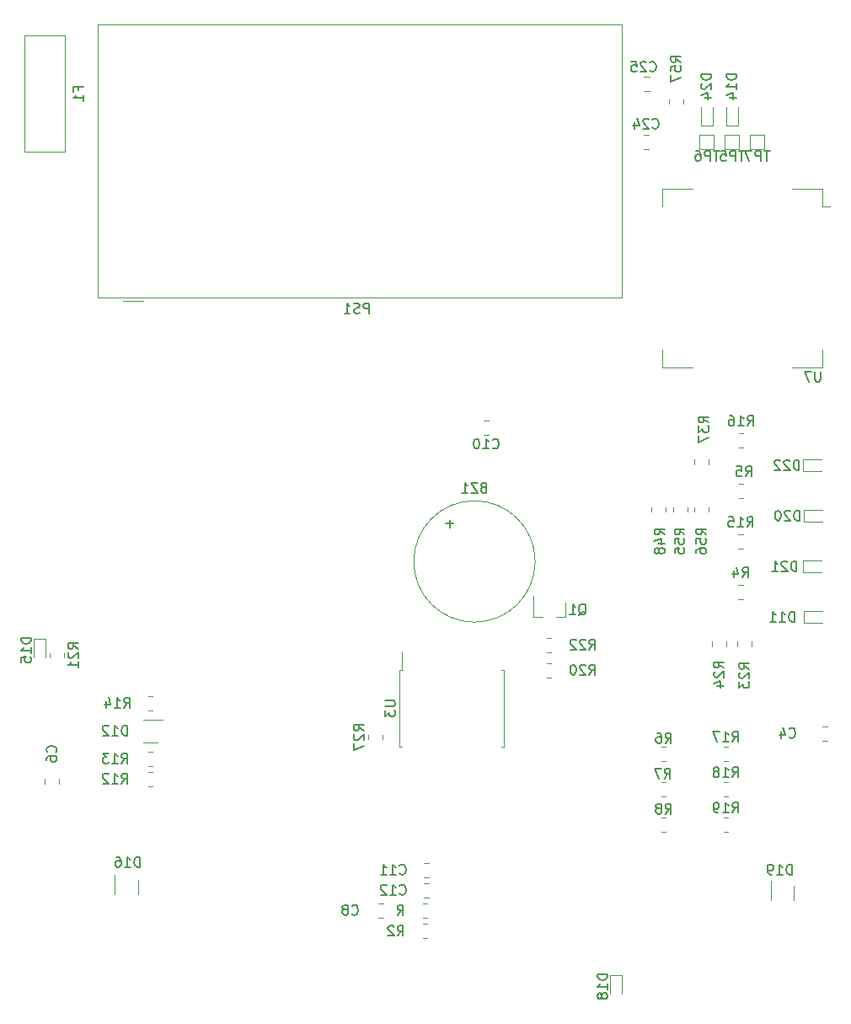
<source format=gbo>
%TF.GenerationSoftware,KiCad,Pcbnew,5.1.10-88a1d61d58~90~ubuntu20.04.1*%
%TF.CreationDate,2021-10-12T23:05:44+03:00*%
%TF.ProjectId,Schematic,53636865-6d61-4746-9963-2e6b69636164,rev?*%
%TF.SameCoordinates,Original*%
%TF.FileFunction,Legend,Bot*%
%TF.FilePolarity,Positive*%
%FSLAX46Y46*%
G04 Gerber Fmt 4.6, Leading zero omitted, Abs format (unit mm)*
G04 Created by KiCad (PCBNEW 5.1.10-88a1d61d58~90~ubuntu20.04.1) date 2021-10-12 23:05:44*
%MOMM*%
%LPD*%
G01*
G04 APERTURE LIST*
%ADD10C,0.120000*%
%ADD11C,0.150000*%
%ADD12C,1.600000*%
%ADD13R,1.600000X1.600000*%
%ADD14R,3.000000X3.000000*%
%ADD15C,3.000000*%
%ADD16R,0.700000X0.600000*%
%ADD17R,1.000000X1.000000*%
%ADD18O,1.700000X1.700000*%
%ADD19R,1.700000X1.700000*%
%ADD20R,0.600000X0.700000*%
%ADD21R,0.400000X0.650000*%
%ADD22O,1.000000X1.000000*%
%ADD23R,0.800000X0.900000*%
%ADD24R,0.650000X0.400000*%
%ADD25C,1.500000*%
%ADD26C,1.800000*%
%ADD27O,3.600000X2.000000*%
%ADD28C,1.400000*%
%ADD29C,2.000000*%
%ADD30R,2.000000X2.000000*%
%ADD31R,2.700000X2.700000*%
G04 APERTURE END LIST*
D10*
X147801000Y-120272436D02*
X147801000Y-120726564D01*
X146331000Y-120272436D02*
X146331000Y-120726564D01*
X147312748Y-137187000D02*
X147835252Y-137187000D01*
X147312748Y-138657000D02*
X147835252Y-138657000D01*
X119168000Y-76384000D02*
X119168000Y-48944000D01*
X119168000Y-48944000D02*
X171808000Y-48944000D01*
X119168000Y-76384000D02*
X171808000Y-76384000D01*
X171808000Y-76384000D02*
X171808000Y-48944000D01*
X123688000Y-76714000D02*
X121688000Y-76714000D01*
X180940000Y-59062000D02*
X179740000Y-59062000D01*
X180940000Y-57212000D02*
X180940000Y-59062000D01*
X179740000Y-57212000D02*
X179740000Y-59062000D01*
X183480000Y-59062000D02*
X182280000Y-59062000D01*
X183480000Y-57212000D02*
X183480000Y-59062000D01*
X182280000Y-57212000D02*
X182280000Y-59062000D01*
X184720000Y-61406000D02*
X186120000Y-61406000D01*
X186120000Y-61406000D02*
X186120000Y-60006000D01*
X186120000Y-60006000D02*
X184720000Y-60006000D01*
X184720000Y-60006000D02*
X184720000Y-61406000D01*
X179640000Y-61406000D02*
X181040000Y-61406000D01*
X181040000Y-61406000D02*
X181040000Y-60006000D01*
X181040000Y-60006000D02*
X179640000Y-60006000D01*
X179640000Y-60006000D02*
X179640000Y-61406000D01*
X182180000Y-61406000D02*
X183580000Y-61406000D01*
X183580000Y-61406000D02*
X183580000Y-60006000D01*
X183580000Y-60006000D02*
X182180000Y-60006000D01*
X182180000Y-60006000D02*
X182180000Y-61406000D01*
X190050000Y-93818000D02*
X190050000Y-92618000D01*
X191900000Y-93818000D02*
X190050000Y-93818000D01*
X191900000Y-92618000D02*
X190050000Y-92618000D01*
X190050000Y-103978000D02*
X190050000Y-102778000D01*
X191900000Y-103978000D02*
X190050000Y-103978000D01*
X191900000Y-102778000D02*
X190050000Y-102778000D01*
X190112000Y-98898000D02*
X190112000Y-97698000D01*
X191962000Y-98898000D02*
X190112000Y-98898000D01*
X191962000Y-97698000D02*
X190112000Y-97698000D01*
X190112000Y-109058000D02*
X190112000Y-107858000D01*
X191962000Y-109058000D02*
X190112000Y-109058000D01*
X191962000Y-107858000D02*
X190112000Y-107858000D01*
X186800000Y-136844000D02*
X186800000Y-134944000D01*
X189120000Y-135444000D02*
X189120000Y-136844000D01*
X170596000Y-144392000D02*
X171796000Y-144392000D01*
X170596000Y-146242000D02*
X170596000Y-144392000D01*
X171796000Y-146242000D02*
X171796000Y-144392000D01*
X120872000Y-136270000D02*
X120872000Y-134370000D01*
X123192000Y-134870000D02*
X123192000Y-136270000D01*
X112684000Y-110610000D02*
X113884000Y-110610000D01*
X112684000Y-112460000D02*
X112684000Y-110610000D01*
X113884000Y-112460000D02*
X113884000Y-110610000D01*
X191922000Y-81632000D02*
X191922000Y-83382000D01*
X191922000Y-83382000D02*
X188922000Y-83382000D01*
X178902000Y-65462000D02*
X175902000Y-65462000D01*
X178902000Y-83382000D02*
X175902000Y-83382000D01*
X192752000Y-67212000D02*
X191922000Y-67212000D01*
X175902000Y-81632000D02*
X175902000Y-83382000D01*
X175902000Y-65462000D02*
X175902000Y-67212000D01*
X191922000Y-65462000D02*
X191922000Y-67212000D01*
X191922000Y-65462000D02*
X188922000Y-65462000D01*
X178027000Y-56414936D02*
X178027000Y-56869064D01*
X176557000Y-56414936D02*
X176557000Y-56869064D01*
X179097000Y-97890064D02*
X179097000Y-97435936D01*
X180567000Y-97890064D02*
X180567000Y-97435936D01*
X176938000Y-97890064D02*
X176938000Y-97435936D01*
X178408000Y-97890064D02*
X178408000Y-97435936D01*
X176249000Y-97412436D02*
X176249000Y-97866564D01*
X174779000Y-97412436D02*
X174779000Y-97866564D01*
X180567000Y-92633436D02*
X180567000Y-93087564D01*
X179097000Y-92633436D02*
X179097000Y-93087564D01*
X166106000Y-108440000D02*
X166106000Y-106980000D01*
X162946000Y-108440000D02*
X162946000Y-106280000D01*
X162946000Y-108440000D02*
X163876000Y-108440000D01*
X166106000Y-108440000D02*
X165176000Y-108440000D01*
X125160000Y-121048000D02*
X123760000Y-121048000D01*
X123760000Y-118728000D02*
X125660000Y-118728000D01*
X174571252Y-55599000D02*
X174048748Y-55599000D01*
X174571252Y-54129000D02*
X174048748Y-54129000D01*
X174505252Y-61441000D02*
X173982748Y-61441000D01*
X174505252Y-59971000D02*
X173982748Y-59971000D01*
X159946000Y-117602000D02*
X159946000Y-121462000D01*
X159946000Y-121462000D02*
X159691000Y-121462000D01*
X159946000Y-117602000D02*
X159946000Y-113742000D01*
X159946000Y-113742000D02*
X159691000Y-113742000D01*
X149426000Y-117602000D02*
X149426000Y-121462000D01*
X149426000Y-121462000D02*
X149681000Y-121462000D01*
X149426000Y-117602000D02*
X149426000Y-113742000D01*
X149426000Y-113742000D02*
X149681000Y-113742000D01*
X149681000Y-113742000D02*
X149681000Y-111927000D01*
X182345000Y-111375564D02*
X182345000Y-110921436D01*
X180875000Y-111375564D02*
X180875000Y-110921436D01*
X184885000Y-111375564D02*
X184885000Y-110921436D01*
X183415000Y-111375564D02*
X183415000Y-110921436D01*
X164715564Y-110517000D02*
X164261436Y-110517000D01*
X164715564Y-111987000D02*
X164261436Y-111987000D01*
X115797000Y-112495064D02*
X115797000Y-112040936D01*
X114327000Y-112495064D02*
X114327000Y-112040936D01*
X164261436Y-114527000D02*
X164715564Y-114527000D01*
X164261436Y-113057000D02*
X164715564Y-113057000D01*
X182495564Y-128551000D02*
X182041436Y-128551000D01*
X182495564Y-130021000D02*
X182041436Y-130021000D01*
X182495564Y-124995000D02*
X182041436Y-124995000D01*
X182495564Y-126465000D02*
X182041436Y-126465000D01*
X182495564Y-121439000D02*
X182041436Y-121439000D01*
X182495564Y-122909000D02*
X182041436Y-122909000D01*
X183565436Y-91413000D02*
X184019564Y-91413000D01*
X183565436Y-89943000D02*
X184019564Y-89943000D01*
X183518436Y-101573000D02*
X183972564Y-101573000D01*
X183518436Y-100103000D02*
X183972564Y-100103000D01*
X124209436Y-117829000D02*
X124663564Y-117829000D01*
X124209436Y-116359000D02*
X124663564Y-116359000D01*
X124687064Y-121947000D02*
X124232936Y-121947000D01*
X124687064Y-123417000D02*
X124232936Y-123417000D01*
X124663564Y-123979000D02*
X124209436Y-123979000D01*
X124663564Y-125449000D02*
X124209436Y-125449000D01*
X175794936Y-130021000D02*
X176249064Y-130021000D01*
X175794936Y-128551000D02*
X176249064Y-128551000D01*
X175794936Y-126465000D02*
X176249064Y-126465000D01*
X175794936Y-124995000D02*
X176249064Y-124995000D01*
X175794936Y-122909000D02*
X176249064Y-122909000D01*
X175794936Y-121439000D02*
X176249064Y-121439000D01*
X183565436Y-96493000D02*
X184019564Y-96493000D01*
X183565436Y-95023000D02*
X184019564Y-95023000D01*
X183518436Y-106653000D02*
X183972564Y-106653000D01*
X183518436Y-105183000D02*
X183972564Y-105183000D01*
X152269564Y-139219000D02*
X151815436Y-139219000D01*
X152269564Y-140689000D02*
X151815436Y-140689000D01*
X151815436Y-138657000D02*
X152269564Y-138657000D01*
X151815436Y-137187000D02*
X152269564Y-137187000D01*
X111738000Y-61720000D02*
X111738000Y-50020000D01*
X115838000Y-50020000D02*
X111738000Y-50020000D01*
X115838000Y-61720000D02*
X111738000Y-61720000D01*
X115838000Y-61720000D02*
X115838000Y-50020000D01*
X152407252Y-135155000D02*
X151884748Y-135155000D01*
X152407252Y-136625000D02*
X151884748Y-136625000D01*
X152407252Y-133123000D02*
X151884748Y-133123000D01*
X152407252Y-134593000D02*
X151884748Y-134593000D01*
X157914748Y-90143000D02*
X158437252Y-90143000D01*
X157914748Y-88673000D02*
X158437252Y-88673000D01*
X115289000Y-125229252D02*
X115289000Y-124706748D01*
X113819000Y-125229252D02*
X113819000Y-124706748D01*
X191950748Y-120877000D02*
X192473252Y-120877000D01*
X191950748Y-119407000D02*
X192473252Y-119407000D01*
X163100000Y-102860000D02*
G75*
G03*
X163100000Y-102860000I-6100000J0D01*
G01*
D11*
X145868380Y-119856642D02*
X145392190Y-119523309D01*
X145868380Y-119285214D02*
X144868380Y-119285214D01*
X144868380Y-119666166D01*
X144916000Y-119761404D01*
X144963619Y-119809023D01*
X145058857Y-119856642D01*
X145201714Y-119856642D01*
X145296952Y-119809023D01*
X145344571Y-119761404D01*
X145392190Y-119666166D01*
X145392190Y-119285214D01*
X144963619Y-120237595D02*
X144916000Y-120285214D01*
X144868380Y-120380452D01*
X144868380Y-120618547D01*
X144916000Y-120713785D01*
X144963619Y-120761404D01*
X145058857Y-120809023D01*
X145154095Y-120809023D01*
X145296952Y-120761404D01*
X145868380Y-120189976D01*
X145868380Y-120809023D01*
X144868380Y-121142357D02*
X144868380Y-121809023D01*
X145868380Y-121380452D01*
X144692666Y-138279142D02*
X144740285Y-138326761D01*
X144883142Y-138374380D01*
X144978380Y-138374380D01*
X145121238Y-138326761D01*
X145216476Y-138231523D01*
X145264095Y-138136285D01*
X145311714Y-137945809D01*
X145311714Y-137802952D01*
X145264095Y-137612476D01*
X145216476Y-137517238D01*
X145121238Y-137422000D01*
X144978380Y-137374380D01*
X144883142Y-137374380D01*
X144740285Y-137422000D01*
X144692666Y-137469619D01*
X144121238Y-137802952D02*
X144216476Y-137755333D01*
X144264095Y-137707714D01*
X144311714Y-137612476D01*
X144311714Y-137564857D01*
X144264095Y-137469619D01*
X144216476Y-137422000D01*
X144121238Y-137374380D01*
X143930761Y-137374380D01*
X143835523Y-137422000D01*
X143787904Y-137469619D01*
X143740285Y-137564857D01*
X143740285Y-137612476D01*
X143787904Y-137707714D01*
X143835523Y-137755333D01*
X143930761Y-137802952D01*
X144121238Y-137802952D01*
X144216476Y-137850571D01*
X144264095Y-137898190D01*
X144311714Y-137993428D01*
X144311714Y-138183904D01*
X144264095Y-138279142D01*
X144216476Y-138326761D01*
X144121238Y-138374380D01*
X143930761Y-138374380D01*
X143835523Y-138326761D01*
X143787904Y-138279142D01*
X143740285Y-138183904D01*
X143740285Y-137993428D01*
X143787904Y-137898190D01*
X143835523Y-137850571D01*
X143930761Y-137802952D01*
X146402285Y-77922380D02*
X146402285Y-76922380D01*
X146021333Y-76922380D01*
X145926095Y-76970000D01*
X145878476Y-77017619D01*
X145830857Y-77112857D01*
X145830857Y-77255714D01*
X145878476Y-77350952D01*
X145926095Y-77398571D01*
X146021333Y-77446190D01*
X146402285Y-77446190D01*
X145449904Y-77874761D02*
X145307047Y-77922380D01*
X145068952Y-77922380D01*
X144973714Y-77874761D01*
X144926095Y-77827142D01*
X144878476Y-77731904D01*
X144878476Y-77636666D01*
X144926095Y-77541428D01*
X144973714Y-77493809D01*
X145068952Y-77446190D01*
X145259428Y-77398571D01*
X145354666Y-77350952D01*
X145402285Y-77303333D01*
X145449904Y-77208095D01*
X145449904Y-77112857D01*
X145402285Y-77017619D01*
X145354666Y-76970000D01*
X145259428Y-76922380D01*
X145021333Y-76922380D01*
X144878476Y-76970000D01*
X143926095Y-77922380D02*
X144497523Y-77922380D01*
X144211809Y-77922380D02*
X144211809Y-76922380D01*
X144307047Y-77065238D01*
X144402285Y-77160476D01*
X144497523Y-77208095D01*
X180792380Y-53903714D02*
X179792380Y-53903714D01*
X179792380Y-54141809D01*
X179840000Y-54284666D01*
X179935238Y-54379904D01*
X180030476Y-54427523D01*
X180220952Y-54475142D01*
X180363809Y-54475142D01*
X180554285Y-54427523D01*
X180649523Y-54379904D01*
X180744761Y-54284666D01*
X180792380Y-54141809D01*
X180792380Y-53903714D01*
X179887619Y-54856095D02*
X179840000Y-54903714D01*
X179792380Y-54998952D01*
X179792380Y-55237047D01*
X179840000Y-55332285D01*
X179887619Y-55379904D01*
X179982857Y-55427523D01*
X180078095Y-55427523D01*
X180220952Y-55379904D01*
X180792380Y-54808476D01*
X180792380Y-55427523D01*
X180125714Y-56284666D02*
X180792380Y-56284666D01*
X179744761Y-56046571D02*
X180459047Y-55808476D01*
X180459047Y-56427523D01*
X183332380Y-53903714D02*
X182332380Y-53903714D01*
X182332380Y-54141809D01*
X182380000Y-54284666D01*
X182475238Y-54379904D01*
X182570476Y-54427523D01*
X182760952Y-54475142D01*
X182903809Y-54475142D01*
X183094285Y-54427523D01*
X183189523Y-54379904D01*
X183284761Y-54284666D01*
X183332380Y-54141809D01*
X183332380Y-53903714D01*
X183332380Y-55427523D02*
X183332380Y-54856095D01*
X183332380Y-55141809D02*
X182332380Y-55141809D01*
X182475238Y-55046571D01*
X182570476Y-54951333D01*
X182618095Y-54856095D01*
X182665714Y-56284666D02*
X183332380Y-56284666D01*
X182284761Y-56046571D02*
X182999047Y-55808476D01*
X182999047Y-56427523D01*
X186681904Y-61606380D02*
X186110476Y-61606380D01*
X186396190Y-62606380D02*
X186396190Y-61606380D01*
X185777142Y-62606380D02*
X185777142Y-61606380D01*
X185396190Y-61606380D01*
X185300952Y-61654000D01*
X185253333Y-61701619D01*
X185205714Y-61796857D01*
X185205714Y-61939714D01*
X185253333Y-62034952D01*
X185300952Y-62082571D01*
X185396190Y-62130190D01*
X185777142Y-62130190D01*
X184872380Y-61606380D02*
X184205714Y-61606380D01*
X184634285Y-62606380D01*
X181601904Y-61606380D02*
X181030476Y-61606380D01*
X181316190Y-62606380D02*
X181316190Y-61606380D01*
X180697142Y-62606380D02*
X180697142Y-61606380D01*
X180316190Y-61606380D01*
X180220952Y-61654000D01*
X180173333Y-61701619D01*
X180125714Y-61796857D01*
X180125714Y-61939714D01*
X180173333Y-62034952D01*
X180220952Y-62082571D01*
X180316190Y-62130190D01*
X180697142Y-62130190D01*
X179268571Y-61606380D02*
X179459047Y-61606380D01*
X179554285Y-61654000D01*
X179601904Y-61701619D01*
X179697142Y-61844476D01*
X179744761Y-62034952D01*
X179744761Y-62415904D01*
X179697142Y-62511142D01*
X179649523Y-62558761D01*
X179554285Y-62606380D01*
X179363809Y-62606380D01*
X179268571Y-62558761D01*
X179220952Y-62511142D01*
X179173333Y-62415904D01*
X179173333Y-62177809D01*
X179220952Y-62082571D01*
X179268571Y-62034952D01*
X179363809Y-61987333D01*
X179554285Y-61987333D01*
X179649523Y-62034952D01*
X179697142Y-62082571D01*
X179744761Y-62177809D01*
X184141904Y-61606380D02*
X183570476Y-61606380D01*
X183856190Y-62606380D02*
X183856190Y-61606380D01*
X183237142Y-62606380D02*
X183237142Y-61606380D01*
X182856190Y-61606380D01*
X182760952Y-61654000D01*
X182713333Y-61701619D01*
X182665714Y-61796857D01*
X182665714Y-61939714D01*
X182713333Y-62034952D01*
X182760952Y-62082571D01*
X182856190Y-62130190D01*
X183237142Y-62130190D01*
X181760952Y-61606380D02*
X182237142Y-61606380D01*
X182284761Y-62082571D01*
X182237142Y-62034952D01*
X182141904Y-61987333D01*
X181903809Y-61987333D01*
X181808571Y-62034952D01*
X181760952Y-62082571D01*
X181713333Y-62177809D01*
X181713333Y-62415904D01*
X181760952Y-62511142D01*
X181808571Y-62558761D01*
X181903809Y-62606380D01*
X182141904Y-62606380D01*
X182237142Y-62558761D01*
X182284761Y-62511142D01*
X189620285Y-93670380D02*
X189620285Y-92670380D01*
X189382190Y-92670380D01*
X189239333Y-92718000D01*
X189144095Y-92813238D01*
X189096476Y-92908476D01*
X189048857Y-93098952D01*
X189048857Y-93241809D01*
X189096476Y-93432285D01*
X189144095Y-93527523D01*
X189239333Y-93622761D01*
X189382190Y-93670380D01*
X189620285Y-93670380D01*
X188667904Y-92765619D02*
X188620285Y-92718000D01*
X188525047Y-92670380D01*
X188286952Y-92670380D01*
X188191714Y-92718000D01*
X188144095Y-92765619D01*
X188096476Y-92860857D01*
X188096476Y-92956095D01*
X188144095Y-93098952D01*
X188715523Y-93670380D01*
X188096476Y-93670380D01*
X187715523Y-92765619D02*
X187667904Y-92718000D01*
X187572666Y-92670380D01*
X187334571Y-92670380D01*
X187239333Y-92718000D01*
X187191714Y-92765619D01*
X187144095Y-92860857D01*
X187144095Y-92956095D01*
X187191714Y-93098952D01*
X187763142Y-93670380D01*
X187144095Y-93670380D01*
X189366285Y-103830380D02*
X189366285Y-102830380D01*
X189128190Y-102830380D01*
X188985333Y-102878000D01*
X188890095Y-102973238D01*
X188842476Y-103068476D01*
X188794857Y-103258952D01*
X188794857Y-103401809D01*
X188842476Y-103592285D01*
X188890095Y-103687523D01*
X188985333Y-103782761D01*
X189128190Y-103830380D01*
X189366285Y-103830380D01*
X188413904Y-102925619D02*
X188366285Y-102878000D01*
X188271047Y-102830380D01*
X188032952Y-102830380D01*
X187937714Y-102878000D01*
X187890095Y-102925619D01*
X187842476Y-103020857D01*
X187842476Y-103116095D01*
X187890095Y-103258952D01*
X188461523Y-103830380D01*
X187842476Y-103830380D01*
X186890095Y-103830380D02*
X187461523Y-103830380D01*
X187175809Y-103830380D02*
X187175809Y-102830380D01*
X187271047Y-102973238D01*
X187366285Y-103068476D01*
X187461523Y-103116095D01*
X189682285Y-98750380D02*
X189682285Y-97750380D01*
X189444190Y-97750380D01*
X189301333Y-97798000D01*
X189206095Y-97893238D01*
X189158476Y-97988476D01*
X189110857Y-98178952D01*
X189110857Y-98321809D01*
X189158476Y-98512285D01*
X189206095Y-98607523D01*
X189301333Y-98702761D01*
X189444190Y-98750380D01*
X189682285Y-98750380D01*
X188729904Y-97845619D02*
X188682285Y-97798000D01*
X188587047Y-97750380D01*
X188348952Y-97750380D01*
X188253714Y-97798000D01*
X188206095Y-97845619D01*
X188158476Y-97940857D01*
X188158476Y-98036095D01*
X188206095Y-98178952D01*
X188777523Y-98750380D01*
X188158476Y-98750380D01*
X187539428Y-97750380D02*
X187444190Y-97750380D01*
X187348952Y-97798000D01*
X187301333Y-97845619D01*
X187253714Y-97940857D01*
X187206095Y-98131333D01*
X187206095Y-98369428D01*
X187253714Y-98559904D01*
X187301333Y-98655142D01*
X187348952Y-98702761D01*
X187444190Y-98750380D01*
X187539428Y-98750380D01*
X187634666Y-98702761D01*
X187682285Y-98655142D01*
X187729904Y-98559904D01*
X187777523Y-98369428D01*
X187777523Y-98131333D01*
X187729904Y-97940857D01*
X187682285Y-97845619D01*
X187634666Y-97798000D01*
X187539428Y-97750380D01*
X189174285Y-108910380D02*
X189174285Y-107910380D01*
X188936190Y-107910380D01*
X188793333Y-107958000D01*
X188698095Y-108053238D01*
X188650476Y-108148476D01*
X188602857Y-108338952D01*
X188602857Y-108481809D01*
X188650476Y-108672285D01*
X188698095Y-108767523D01*
X188793333Y-108862761D01*
X188936190Y-108910380D01*
X189174285Y-108910380D01*
X187650476Y-108910380D02*
X188221904Y-108910380D01*
X187936190Y-108910380D02*
X187936190Y-107910380D01*
X188031428Y-108053238D01*
X188126666Y-108148476D01*
X188221904Y-108196095D01*
X186698095Y-108910380D02*
X187269523Y-108910380D01*
X186983809Y-108910380D02*
X186983809Y-107910380D01*
X187079047Y-108053238D01*
X187174285Y-108148476D01*
X187269523Y-108196095D01*
X188920285Y-134310380D02*
X188920285Y-133310380D01*
X188682190Y-133310380D01*
X188539333Y-133358000D01*
X188444095Y-133453238D01*
X188396476Y-133548476D01*
X188348857Y-133738952D01*
X188348857Y-133881809D01*
X188396476Y-134072285D01*
X188444095Y-134167523D01*
X188539333Y-134262761D01*
X188682190Y-134310380D01*
X188920285Y-134310380D01*
X187396476Y-134310380D02*
X187967904Y-134310380D01*
X187682190Y-134310380D02*
X187682190Y-133310380D01*
X187777428Y-133453238D01*
X187872666Y-133548476D01*
X187967904Y-133596095D01*
X186920285Y-134310380D02*
X186729809Y-134310380D01*
X186634571Y-134262761D01*
X186586952Y-134215142D01*
X186491714Y-134072285D01*
X186444095Y-133881809D01*
X186444095Y-133500857D01*
X186491714Y-133405619D01*
X186539333Y-133358000D01*
X186634571Y-133310380D01*
X186825047Y-133310380D01*
X186920285Y-133358000D01*
X186967904Y-133405619D01*
X187015523Y-133500857D01*
X187015523Y-133738952D01*
X186967904Y-133834190D01*
X186920285Y-133881809D01*
X186825047Y-133929428D01*
X186634571Y-133929428D01*
X186539333Y-133881809D01*
X186491714Y-133834190D01*
X186444095Y-133738952D01*
X170348380Y-144327714D02*
X169348380Y-144327714D01*
X169348380Y-144565809D01*
X169396000Y-144708666D01*
X169491238Y-144803904D01*
X169586476Y-144851523D01*
X169776952Y-144899142D01*
X169919809Y-144899142D01*
X170110285Y-144851523D01*
X170205523Y-144803904D01*
X170300761Y-144708666D01*
X170348380Y-144565809D01*
X170348380Y-144327714D01*
X170348380Y-145851523D02*
X170348380Y-145280095D01*
X170348380Y-145565809D02*
X169348380Y-145565809D01*
X169491238Y-145470571D01*
X169586476Y-145375333D01*
X169634095Y-145280095D01*
X169776952Y-146422952D02*
X169729333Y-146327714D01*
X169681714Y-146280095D01*
X169586476Y-146232476D01*
X169538857Y-146232476D01*
X169443619Y-146280095D01*
X169396000Y-146327714D01*
X169348380Y-146422952D01*
X169348380Y-146613428D01*
X169396000Y-146708666D01*
X169443619Y-146756285D01*
X169538857Y-146803904D01*
X169586476Y-146803904D01*
X169681714Y-146756285D01*
X169729333Y-146708666D01*
X169776952Y-146613428D01*
X169776952Y-146422952D01*
X169824571Y-146327714D01*
X169872190Y-146280095D01*
X169967428Y-146232476D01*
X170157904Y-146232476D01*
X170253142Y-146280095D01*
X170300761Y-146327714D01*
X170348380Y-146422952D01*
X170348380Y-146613428D01*
X170300761Y-146708666D01*
X170253142Y-146756285D01*
X170157904Y-146803904D01*
X169967428Y-146803904D01*
X169872190Y-146756285D01*
X169824571Y-146708666D01*
X169776952Y-146613428D01*
X123388285Y-133548380D02*
X123388285Y-132548380D01*
X123150190Y-132548380D01*
X123007333Y-132596000D01*
X122912095Y-132691238D01*
X122864476Y-132786476D01*
X122816857Y-132976952D01*
X122816857Y-133119809D01*
X122864476Y-133310285D01*
X122912095Y-133405523D01*
X123007333Y-133500761D01*
X123150190Y-133548380D01*
X123388285Y-133548380D01*
X121864476Y-133548380D02*
X122435904Y-133548380D01*
X122150190Y-133548380D02*
X122150190Y-132548380D01*
X122245428Y-132691238D01*
X122340666Y-132786476D01*
X122435904Y-132834095D01*
X121007333Y-132548380D02*
X121197809Y-132548380D01*
X121293047Y-132596000D01*
X121340666Y-132643619D01*
X121435904Y-132786476D01*
X121483523Y-132976952D01*
X121483523Y-133357904D01*
X121435904Y-133453142D01*
X121388285Y-133500761D01*
X121293047Y-133548380D01*
X121102571Y-133548380D01*
X121007333Y-133500761D01*
X120959714Y-133453142D01*
X120912095Y-133357904D01*
X120912095Y-133119809D01*
X120959714Y-133024571D01*
X121007333Y-132976952D01*
X121102571Y-132929333D01*
X121293047Y-132929333D01*
X121388285Y-132976952D01*
X121435904Y-133024571D01*
X121483523Y-133119809D01*
X112436380Y-110545714D02*
X111436380Y-110545714D01*
X111436380Y-110783809D01*
X111484000Y-110926666D01*
X111579238Y-111021904D01*
X111674476Y-111069523D01*
X111864952Y-111117142D01*
X112007809Y-111117142D01*
X112198285Y-111069523D01*
X112293523Y-111021904D01*
X112388761Y-110926666D01*
X112436380Y-110783809D01*
X112436380Y-110545714D01*
X112436380Y-112069523D02*
X112436380Y-111498095D01*
X112436380Y-111783809D02*
X111436380Y-111783809D01*
X111579238Y-111688571D01*
X111674476Y-111593333D01*
X111722095Y-111498095D01*
X111436380Y-112974285D02*
X111436380Y-112498095D01*
X111912571Y-112450476D01*
X111864952Y-112498095D01*
X111817333Y-112593333D01*
X111817333Y-112831428D01*
X111864952Y-112926666D01*
X111912571Y-112974285D01*
X112007809Y-113021904D01*
X112245904Y-113021904D01*
X112341142Y-112974285D01*
X112388761Y-112926666D01*
X112436380Y-112831428D01*
X112436380Y-112593333D01*
X112388761Y-112498095D01*
X112341142Y-112450476D01*
X191769904Y-83780380D02*
X191769904Y-84589904D01*
X191722285Y-84685142D01*
X191674666Y-84732761D01*
X191579428Y-84780380D01*
X191388952Y-84780380D01*
X191293714Y-84732761D01*
X191246095Y-84685142D01*
X191198476Y-84589904D01*
X191198476Y-83780380D01*
X190817523Y-83780380D02*
X190150857Y-83780380D01*
X190579428Y-84780380D01*
X177744380Y-52697142D02*
X177268190Y-52363809D01*
X177744380Y-52125714D02*
X176744380Y-52125714D01*
X176744380Y-52506666D01*
X176792000Y-52601904D01*
X176839619Y-52649523D01*
X176934857Y-52697142D01*
X177077714Y-52697142D01*
X177172952Y-52649523D01*
X177220571Y-52601904D01*
X177268190Y-52506666D01*
X177268190Y-52125714D01*
X176744380Y-53601904D02*
X176744380Y-53125714D01*
X177220571Y-53078095D01*
X177172952Y-53125714D01*
X177125333Y-53220952D01*
X177125333Y-53459047D01*
X177172952Y-53554285D01*
X177220571Y-53601904D01*
X177315809Y-53649523D01*
X177553904Y-53649523D01*
X177649142Y-53601904D01*
X177696761Y-53554285D01*
X177744380Y-53459047D01*
X177744380Y-53220952D01*
X177696761Y-53125714D01*
X177649142Y-53078095D01*
X176744380Y-53982857D02*
X176744380Y-54649523D01*
X177744380Y-54220952D01*
X180296381Y-100162143D02*
X179820191Y-99828810D01*
X180296381Y-99590715D02*
X179296381Y-99590715D01*
X179296381Y-99971667D01*
X179344001Y-100066905D01*
X179391620Y-100114524D01*
X179486858Y-100162143D01*
X179629715Y-100162143D01*
X179724953Y-100114524D01*
X179772572Y-100066905D01*
X179820191Y-99971667D01*
X179820191Y-99590715D01*
X179296381Y-101066905D02*
X179296381Y-100590715D01*
X179772572Y-100543096D01*
X179724953Y-100590715D01*
X179677334Y-100685953D01*
X179677334Y-100924048D01*
X179724953Y-101019286D01*
X179772572Y-101066905D01*
X179867810Y-101114524D01*
X180105905Y-101114524D01*
X180201143Y-101066905D01*
X180248762Y-101019286D01*
X180296381Y-100924048D01*
X180296381Y-100685953D01*
X180248762Y-100590715D01*
X180201143Y-100543096D01*
X179296381Y-101971667D02*
X179296381Y-101781191D01*
X179344001Y-101685953D01*
X179391620Y-101638334D01*
X179534477Y-101543096D01*
X179724953Y-101495477D01*
X180105905Y-101495477D01*
X180201143Y-101543096D01*
X180248762Y-101590715D01*
X180296381Y-101685953D01*
X180296381Y-101876429D01*
X180248762Y-101971667D01*
X180201143Y-102019286D01*
X180105905Y-102066905D01*
X179867810Y-102066905D01*
X179772572Y-102019286D01*
X179724953Y-101971667D01*
X179677334Y-101876429D01*
X179677334Y-101685953D01*
X179724953Y-101590715D01*
X179772572Y-101543096D01*
X179867810Y-101495477D01*
X178108381Y-100162143D02*
X177632191Y-99828810D01*
X178108381Y-99590715D02*
X177108381Y-99590715D01*
X177108381Y-99971667D01*
X177156001Y-100066905D01*
X177203620Y-100114524D01*
X177298858Y-100162143D01*
X177441715Y-100162143D01*
X177536953Y-100114524D01*
X177584572Y-100066905D01*
X177632191Y-99971667D01*
X177632191Y-99590715D01*
X177108381Y-101066905D02*
X177108381Y-100590715D01*
X177584572Y-100543096D01*
X177536953Y-100590715D01*
X177489334Y-100685953D01*
X177489334Y-100924048D01*
X177536953Y-101019286D01*
X177584572Y-101066905D01*
X177679810Y-101114524D01*
X177917905Y-101114524D01*
X178013143Y-101066905D01*
X178060762Y-101019286D01*
X178108381Y-100924048D01*
X178108381Y-100685953D01*
X178060762Y-100590715D01*
X178013143Y-100543096D01*
X177108381Y-102019286D02*
X177108381Y-101543096D01*
X177584572Y-101495477D01*
X177536953Y-101543096D01*
X177489334Y-101638334D01*
X177489334Y-101876429D01*
X177536953Y-101971667D01*
X177584572Y-102019286D01*
X177679810Y-102066905D01*
X177917905Y-102066905D01*
X178013143Y-102019286D01*
X178060762Y-101971667D01*
X178108381Y-101876429D01*
X178108381Y-101638334D01*
X178060762Y-101543096D01*
X178013143Y-101495477D01*
X176093380Y-100171642D02*
X175617190Y-99838309D01*
X176093380Y-99600214D02*
X175093380Y-99600214D01*
X175093380Y-99981166D01*
X175141000Y-100076404D01*
X175188619Y-100124023D01*
X175283857Y-100171642D01*
X175426714Y-100171642D01*
X175521952Y-100124023D01*
X175569571Y-100076404D01*
X175617190Y-99981166D01*
X175617190Y-99600214D01*
X175426714Y-101028785D02*
X176093380Y-101028785D01*
X175045761Y-100790690D02*
X175760047Y-100552595D01*
X175760047Y-101171642D01*
X175521952Y-101695452D02*
X175474333Y-101600214D01*
X175426714Y-101552595D01*
X175331476Y-101504976D01*
X175283857Y-101504976D01*
X175188619Y-101552595D01*
X175141000Y-101600214D01*
X175093380Y-101695452D01*
X175093380Y-101885928D01*
X175141000Y-101981166D01*
X175188619Y-102028785D01*
X175283857Y-102076404D01*
X175331476Y-102076404D01*
X175426714Y-102028785D01*
X175474333Y-101981166D01*
X175521952Y-101885928D01*
X175521952Y-101695452D01*
X175569571Y-101600214D01*
X175617190Y-101552595D01*
X175712428Y-101504976D01*
X175902904Y-101504976D01*
X175998142Y-101552595D01*
X176045761Y-101600214D01*
X176093380Y-101695452D01*
X176093380Y-101885928D01*
X176045761Y-101981166D01*
X175998142Y-102028785D01*
X175902904Y-102076404D01*
X175712428Y-102076404D01*
X175617190Y-102028785D01*
X175569571Y-101981166D01*
X175521952Y-101885928D01*
X180538380Y-88915642D02*
X180062190Y-88582309D01*
X180538380Y-88344214D02*
X179538380Y-88344214D01*
X179538380Y-88725166D01*
X179586000Y-88820404D01*
X179633619Y-88868023D01*
X179728857Y-88915642D01*
X179871714Y-88915642D01*
X179966952Y-88868023D01*
X180014571Y-88820404D01*
X180062190Y-88725166D01*
X180062190Y-88344214D01*
X179538380Y-89248976D02*
X179538380Y-89868023D01*
X179919333Y-89534690D01*
X179919333Y-89677547D01*
X179966952Y-89772785D01*
X180014571Y-89820404D01*
X180109809Y-89868023D01*
X180347904Y-89868023D01*
X180443142Y-89820404D01*
X180490761Y-89772785D01*
X180538380Y-89677547D01*
X180538380Y-89391833D01*
X180490761Y-89296595D01*
X180443142Y-89248976D01*
X179538380Y-90201357D02*
X179538380Y-90868023D01*
X180538380Y-90439452D01*
X167481238Y-108243619D02*
X167576476Y-108196000D01*
X167671714Y-108100761D01*
X167814571Y-107957904D01*
X167909809Y-107910285D01*
X168005047Y-107910285D01*
X167957428Y-108148380D02*
X168052666Y-108100761D01*
X168147904Y-108005523D01*
X168195523Y-107815047D01*
X168195523Y-107481714D01*
X168147904Y-107291238D01*
X168052666Y-107196000D01*
X167957428Y-107148380D01*
X167766952Y-107148380D01*
X167671714Y-107196000D01*
X167576476Y-107291238D01*
X167528857Y-107481714D01*
X167528857Y-107815047D01*
X167576476Y-108005523D01*
X167671714Y-108100761D01*
X167766952Y-108148380D01*
X167957428Y-108148380D01*
X166576476Y-108148380D02*
X167147904Y-108148380D01*
X166862190Y-108148380D02*
X166862190Y-107148380D01*
X166957428Y-107291238D01*
X167052666Y-107386476D01*
X167147904Y-107434095D01*
X122118285Y-120340380D02*
X122118285Y-119340380D01*
X121880190Y-119340380D01*
X121737333Y-119388000D01*
X121642095Y-119483238D01*
X121594476Y-119578476D01*
X121546857Y-119768952D01*
X121546857Y-119911809D01*
X121594476Y-120102285D01*
X121642095Y-120197523D01*
X121737333Y-120292761D01*
X121880190Y-120340380D01*
X122118285Y-120340380D01*
X120594476Y-120340380D02*
X121165904Y-120340380D01*
X120880190Y-120340380D02*
X120880190Y-119340380D01*
X120975428Y-119483238D01*
X121070666Y-119578476D01*
X121165904Y-119626095D01*
X120213523Y-119435619D02*
X120165904Y-119388000D01*
X120070666Y-119340380D01*
X119832571Y-119340380D01*
X119737333Y-119388000D01*
X119689714Y-119435619D01*
X119642095Y-119530857D01*
X119642095Y-119626095D01*
X119689714Y-119768952D01*
X120261142Y-120340380D01*
X119642095Y-120340380D01*
X174632857Y-53541142D02*
X174680476Y-53588761D01*
X174823333Y-53636380D01*
X174918571Y-53636380D01*
X175061428Y-53588761D01*
X175156666Y-53493523D01*
X175204285Y-53398285D01*
X175251904Y-53207809D01*
X175251904Y-53064952D01*
X175204285Y-52874476D01*
X175156666Y-52779238D01*
X175061428Y-52684000D01*
X174918571Y-52636380D01*
X174823333Y-52636380D01*
X174680476Y-52684000D01*
X174632857Y-52731619D01*
X174251904Y-52731619D02*
X174204285Y-52684000D01*
X174109047Y-52636380D01*
X173870952Y-52636380D01*
X173775714Y-52684000D01*
X173728095Y-52731619D01*
X173680476Y-52826857D01*
X173680476Y-52922095D01*
X173728095Y-53064952D01*
X174299523Y-53636380D01*
X173680476Y-53636380D01*
X172775714Y-52636380D02*
X173251904Y-52636380D01*
X173299523Y-53112571D01*
X173251904Y-53064952D01*
X173156666Y-53017333D01*
X172918571Y-53017333D01*
X172823333Y-53064952D01*
X172775714Y-53112571D01*
X172728095Y-53207809D01*
X172728095Y-53445904D01*
X172775714Y-53541142D01*
X172823333Y-53588761D01*
X172918571Y-53636380D01*
X173156666Y-53636380D01*
X173251904Y-53588761D01*
X173299523Y-53541142D01*
X174886857Y-59285142D02*
X174934476Y-59332761D01*
X175077333Y-59380380D01*
X175172571Y-59380380D01*
X175315428Y-59332761D01*
X175410666Y-59237523D01*
X175458285Y-59142285D01*
X175505904Y-58951809D01*
X175505904Y-58808952D01*
X175458285Y-58618476D01*
X175410666Y-58523238D01*
X175315428Y-58428000D01*
X175172571Y-58380380D01*
X175077333Y-58380380D01*
X174934476Y-58428000D01*
X174886857Y-58475619D01*
X174505904Y-58475619D02*
X174458285Y-58428000D01*
X174363047Y-58380380D01*
X174124952Y-58380380D01*
X174029714Y-58428000D01*
X173982095Y-58475619D01*
X173934476Y-58570857D01*
X173934476Y-58666095D01*
X173982095Y-58808952D01*
X174553523Y-59380380D01*
X173934476Y-59380380D01*
X173077333Y-58713714D02*
X173077333Y-59380380D01*
X173315428Y-58332761D02*
X173553523Y-59047047D01*
X172934476Y-59047047D01*
X148038380Y-116840095D02*
X148847904Y-116840095D01*
X148943142Y-116887714D01*
X148990761Y-116935333D01*
X149038380Y-117030571D01*
X149038380Y-117221047D01*
X148990761Y-117316285D01*
X148943142Y-117363904D01*
X148847904Y-117411523D01*
X148038380Y-117411523D01*
X148038380Y-117792476D02*
X148038380Y-118411523D01*
X148419333Y-118078190D01*
X148419333Y-118221047D01*
X148466952Y-118316285D01*
X148514571Y-118363904D01*
X148609809Y-118411523D01*
X148847904Y-118411523D01*
X148943142Y-118363904D01*
X148990761Y-118316285D01*
X149038380Y-118221047D01*
X149038380Y-117935333D01*
X148990761Y-117840095D01*
X148943142Y-117792476D01*
X182062380Y-113553642D02*
X181586190Y-113220309D01*
X182062380Y-112982214D02*
X181062380Y-112982214D01*
X181062380Y-113363166D01*
X181110000Y-113458404D01*
X181157619Y-113506023D01*
X181252857Y-113553642D01*
X181395714Y-113553642D01*
X181490952Y-113506023D01*
X181538571Y-113458404D01*
X181586190Y-113363166D01*
X181586190Y-112982214D01*
X181157619Y-113934595D02*
X181110000Y-113982214D01*
X181062380Y-114077452D01*
X181062380Y-114315547D01*
X181110000Y-114410785D01*
X181157619Y-114458404D01*
X181252857Y-114506023D01*
X181348095Y-114506023D01*
X181490952Y-114458404D01*
X182062380Y-113886976D01*
X182062380Y-114506023D01*
X181395714Y-115363166D02*
X182062380Y-115363166D01*
X181014761Y-115125071D02*
X181729047Y-114886976D01*
X181729047Y-115506023D01*
X184602380Y-113657142D02*
X184126190Y-113323809D01*
X184602380Y-113085714D02*
X183602380Y-113085714D01*
X183602380Y-113466666D01*
X183650000Y-113561904D01*
X183697619Y-113609523D01*
X183792857Y-113657142D01*
X183935714Y-113657142D01*
X184030952Y-113609523D01*
X184078571Y-113561904D01*
X184126190Y-113466666D01*
X184126190Y-113085714D01*
X183697619Y-114038095D02*
X183650000Y-114085714D01*
X183602380Y-114180952D01*
X183602380Y-114419047D01*
X183650000Y-114514285D01*
X183697619Y-114561904D01*
X183792857Y-114609523D01*
X183888095Y-114609523D01*
X184030952Y-114561904D01*
X184602380Y-113990476D01*
X184602380Y-114609523D01*
X183602380Y-114942857D02*
X183602380Y-115561904D01*
X183983333Y-115228571D01*
X183983333Y-115371428D01*
X184030952Y-115466666D01*
X184078571Y-115514285D01*
X184173809Y-115561904D01*
X184411904Y-115561904D01*
X184507142Y-115514285D01*
X184554761Y-115466666D01*
X184602380Y-115371428D01*
X184602380Y-115085714D01*
X184554761Y-114990476D01*
X184507142Y-114942857D01*
X168536857Y-111704380D02*
X168870190Y-111228190D01*
X169108285Y-111704380D02*
X169108285Y-110704380D01*
X168727333Y-110704380D01*
X168632095Y-110752000D01*
X168584476Y-110799619D01*
X168536857Y-110894857D01*
X168536857Y-111037714D01*
X168584476Y-111132952D01*
X168632095Y-111180571D01*
X168727333Y-111228190D01*
X169108285Y-111228190D01*
X168155904Y-110799619D02*
X168108285Y-110752000D01*
X168013047Y-110704380D01*
X167774952Y-110704380D01*
X167679714Y-110752000D01*
X167632095Y-110799619D01*
X167584476Y-110894857D01*
X167584476Y-110990095D01*
X167632095Y-111132952D01*
X168203523Y-111704380D01*
X167584476Y-111704380D01*
X167203523Y-110799619D02*
X167155904Y-110752000D01*
X167060666Y-110704380D01*
X166822571Y-110704380D01*
X166727333Y-110752000D01*
X166679714Y-110799619D01*
X166632095Y-110894857D01*
X166632095Y-110990095D01*
X166679714Y-111132952D01*
X167251142Y-111704380D01*
X166632095Y-111704380D01*
X117164380Y-111625142D02*
X116688190Y-111291809D01*
X117164380Y-111053714D02*
X116164380Y-111053714D01*
X116164380Y-111434666D01*
X116212000Y-111529904D01*
X116259619Y-111577523D01*
X116354857Y-111625142D01*
X116497714Y-111625142D01*
X116592952Y-111577523D01*
X116640571Y-111529904D01*
X116688190Y-111434666D01*
X116688190Y-111053714D01*
X116259619Y-112006095D02*
X116212000Y-112053714D01*
X116164380Y-112148952D01*
X116164380Y-112387047D01*
X116212000Y-112482285D01*
X116259619Y-112529904D01*
X116354857Y-112577523D01*
X116450095Y-112577523D01*
X116592952Y-112529904D01*
X117164380Y-111958476D01*
X117164380Y-112577523D01*
X117164380Y-113529904D02*
X117164380Y-112958476D01*
X117164380Y-113244190D02*
X116164380Y-113244190D01*
X116307238Y-113148952D01*
X116402476Y-113053714D01*
X116450095Y-112958476D01*
X168536857Y-114244380D02*
X168870190Y-113768190D01*
X169108285Y-114244380D02*
X169108285Y-113244380D01*
X168727333Y-113244380D01*
X168632095Y-113292000D01*
X168584476Y-113339619D01*
X168536857Y-113434857D01*
X168536857Y-113577714D01*
X168584476Y-113672952D01*
X168632095Y-113720571D01*
X168727333Y-113768190D01*
X169108285Y-113768190D01*
X168155904Y-113339619D02*
X168108285Y-113292000D01*
X168013047Y-113244380D01*
X167774952Y-113244380D01*
X167679714Y-113292000D01*
X167632095Y-113339619D01*
X167584476Y-113434857D01*
X167584476Y-113530095D01*
X167632095Y-113672952D01*
X168203523Y-114244380D01*
X167584476Y-114244380D01*
X166965428Y-113244380D02*
X166870190Y-113244380D01*
X166774952Y-113292000D01*
X166727333Y-113339619D01*
X166679714Y-113434857D01*
X166632095Y-113625333D01*
X166632095Y-113863428D01*
X166679714Y-114053904D01*
X166727333Y-114149142D01*
X166774952Y-114196761D01*
X166870190Y-114244380D01*
X166965428Y-114244380D01*
X167060666Y-114196761D01*
X167108285Y-114149142D01*
X167155904Y-114053904D01*
X167203523Y-113863428D01*
X167203523Y-113625333D01*
X167155904Y-113434857D01*
X167108285Y-113339619D01*
X167060666Y-113292000D01*
X166965428Y-113244380D01*
X182911357Y-128088380D02*
X183244690Y-127612190D01*
X183482785Y-128088380D02*
X183482785Y-127088380D01*
X183101833Y-127088380D01*
X183006595Y-127136000D01*
X182958976Y-127183619D01*
X182911357Y-127278857D01*
X182911357Y-127421714D01*
X182958976Y-127516952D01*
X183006595Y-127564571D01*
X183101833Y-127612190D01*
X183482785Y-127612190D01*
X181958976Y-128088380D02*
X182530404Y-128088380D01*
X182244690Y-128088380D02*
X182244690Y-127088380D01*
X182339928Y-127231238D01*
X182435166Y-127326476D01*
X182530404Y-127374095D01*
X181482785Y-128088380D02*
X181292309Y-128088380D01*
X181197071Y-128040761D01*
X181149452Y-127993142D01*
X181054214Y-127850285D01*
X181006595Y-127659809D01*
X181006595Y-127278857D01*
X181054214Y-127183619D01*
X181101833Y-127136000D01*
X181197071Y-127088380D01*
X181387547Y-127088380D01*
X181482785Y-127136000D01*
X181530404Y-127183619D01*
X181578023Y-127278857D01*
X181578023Y-127516952D01*
X181530404Y-127612190D01*
X181482785Y-127659809D01*
X181387547Y-127707428D01*
X181197071Y-127707428D01*
X181101833Y-127659809D01*
X181054214Y-127612190D01*
X181006595Y-127516952D01*
X182911357Y-124532380D02*
X183244690Y-124056190D01*
X183482785Y-124532380D02*
X183482785Y-123532380D01*
X183101833Y-123532380D01*
X183006595Y-123580000D01*
X182958976Y-123627619D01*
X182911357Y-123722857D01*
X182911357Y-123865714D01*
X182958976Y-123960952D01*
X183006595Y-124008571D01*
X183101833Y-124056190D01*
X183482785Y-124056190D01*
X181958976Y-124532380D02*
X182530404Y-124532380D01*
X182244690Y-124532380D02*
X182244690Y-123532380D01*
X182339928Y-123675238D01*
X182435166Y-123770476D01*
X182530404Y-123818095D01*
X181387547Y-123960952D02*
X181482785Y-123913333D01*
X181530404Y-123865714D01*
X181578023Y-123770476D01*
X181578023Y-123722857D01*
X181530404Y-123627619D01*
X181482785Y-123580000D01*
X181387547Y-123532380D01*
X181197071Y-123532380D01*
X181101833Y-123580000D01*
X181054214Y-123627619D01*
X181006595Y-123722857D01*
X181006595Y-123770476D01*
X181054214Y-123865714D01*
X181101833Y-123913333D01*
X181197071Y-123960952D01*
X181387547Y-123960952D01*
X181482785Y-124008571D01*
X181530404Y-124056190D01*
X181578023Y-124151428D01*
X181578023Y-124341904D01*
X181530404Y-124437142D01*
X181482785Y-124484761D01*
X181387547Y-124532380D01*
X181197071Y-124532380D01*
X181101833Y-124484761D01*
X181054214Y-124437142D01*
X181006595Y-124341904D01*
X181006595Y-124151428D01*
X181054214Y-124056190D01*
X181101833Y-124008571D01*
X181197071Y-123960952D01*
X182911357Y-120976380D02*
X183244690Y-120500190D01*
X183482785Y-120976380D02*
X183482785Y-119976380D01*
X183101833Y-119976380D01*
X183006595Y-120024000D01*
X182958976Y-120071619D01*
X182911357Y-120166857D01*
X182911357Y-120309714D01*
X182958976Y-120404952D01*
X183006595Y-120452571D01*
X183101833Y-120500190D01*
X183482785Y-120500190D01*
X181958976Y-120976380D02*
X182530404Y-120976380D01*
X182244690Y-120976380D02*
X182244690Y-119976380D01*
X182339928Y-120119238D01*
X182435166Y-120214476D01*
X182530404Y-120262095D01*
X181625642Y-119976380D02*
X180958976Y-119976380D01*
X181387547Y-120976380D01*
X184435357Y-89225380D02*
X184768690Y-88749190D01*
X185006785Y-89225380D02*
X185006785Y-88225380D01*
X184625833Y-88225380D01*
X184530595Y-88273000D01*
X184482976Y-88320619D01*
X184435357Y-88415857D01*
X184435357Y-88558714D01*
X184482976Y-88653952D01*
X184530595Y-88701571D01*
X184625833Y-88749190D01*
X185006785Y-88749190D01*
X183482976Y-89225380D02*
X184054404Y-89225380D01*
X183768690Y-89225380D02*
X183768690Y-88225380D01*
X183863928Y-88368238D01*
X183959166Y-88463476D01*
X184054404Y-88511095D01*
X182625833Y-88225380D02*
X182816309Y-88225380D01*
X182911547Y-88273000D01*
X182959166Y-88320619D01*
X183054404Y-88463476D01*
X183102023Y-88653952D01*
X183102023Y-89034904D01*
X183054404Y-89130142D01*
X183006785Y-89177761D01*
X182911547Y-89225380D01*
X182721071Y-89225380D01*
X182625833Y-89177761D01*
X182578214Y-89130142D01*
X182530595Y-89034904D01*
X182530595Y-88796809D01*
X182578214Y-88701571D01*
X182625833Y-88653952D01*
X182721071Y-88606333D01*
X182911547Y-88606333D01*
X183006785Y-88653952D01*
X183054404Y-88701571D01*
X183102023Y-88796809D01*
X184388357Y-99385380D02*
X184721690Y-98909190D01*
X184959785Y-99385380D02*
X184959785Y-98385380D01*
X184578833Y-98385380D01*
X184483595Y-98433000D01*
X184435976Y-98480619D01*
X184388357Y-98575857D01*
X184388357Y-98718714D01*
X184435976Y-98813952D01*
X184483595Y-98861571D01*
X184578833Y-98909190D01*
X184959785Y-98909190D01*
X183435976Y-99385380D02*
X184007404Y-99385380D01*
X183721690Y-99385380D02*
X183721690Y-98385380D01*
X183816928Y-98528238D01*
X183912166Y-98623476D01*
X184007404Y-98671095D01*
X182531214Y-98385380D02*
X183007404Y-98385380D01*
X183055023Y-98861571D01*
X183007404Y-98813952D01*
X182912166Y-98766333D01*
X182674071Y-98766333D01*
X182578833Y-98813952D01*
X182531214Y-98861571D01*
X182483595Y-98956809D01*
X182483595Y-99194904D01*
X182531214Y-99290142D01*
X182578833Y-99337761D01*
X182674071Y-99385380D01*
X182912166Y-99385380D01*
X183007404Y-99337761D01*
X183055023Y-99290142D01*
X121777357Y-117546380D02*
X122110690Y-117070190D01*
X122348785Y-117546380D02*
X122348785Y-116546380D01*
X121967833Y-116546380D01*
X121872595Y-116594000D01*
X121824976Y-116641619D01*
X121777357Y-116736857D01*
X121777357Y-116879714D01*
X121824976Y-116974952D01*
X121872595Y-117022571D01*
X121967833Y-117070190D01*
X122348785Y-117070190D01*
X120824976Y-117546380D02*
X121396404Y-117546380D01*
X121110690Y-117546380D02*
X121110690Y-116546380D01*
X121205928Y-116689238D01*
X121301166Y-116784476D01*
X121396404Y-116832095D01*
X119967833Y-116879714D02*
X119967833Y-117546380D01*
X120205928Y-116498761D02*
X120444023Y-117213047D01*
X119824976Y-117213047D01*
X121546857Y-123134380D02*
X121880190Y-122658190D01*
X122118285Y-123134380D02*
X122118285Y-122134380D01*
X121737333Y-122134380D01*
X121642095Y-122182000D01*
X121594476Y-122229619D01*
X121546857Y-122324857D01*
X121546857Y-122467714D01*
X121594476Y-122562952D01*
X121642095Y-122610571D01*
X121737333Y-122658190D01*
X122118285Y-122658190D01*
X120594476Y-123134380D02*
X121165904Y-123134380D01*
X120880190Y-123134380D02*
X120880190Y-122134380D01*
X120975428Y-122277238D01*
X121070666Y-122372476D01*
X121165904Y-122420095D01*
X120261142Y-122134380D02*
X119642095Y-122134380D01*
X119975428Y-122515333D01*
X119832571Y-122515333D01*
X119737333Y-122562952D01*
X119689714Y-122610571D01*
X119642095Y-122705809D01*
X119642095Y-122943904D01*
X119689714Y-123039142D01*
X119737333Y-123086761D01*
X119832571Y-123134380D01*
X120118285Y-123134380D01*
X120213523Y-123086761D01*
X120261142Y-123039142D01*
X121546857Y-125166380D02*
X121880190Y-124690190D01*
X122118285Y-125166380D02*
X122118285Y-124166380D01*
X121737333Y-124166380D01*
X121642095Y-124214000D01*
X121594476Y-124261619D01*
X121546857Y-124356857D01*
X121546857Y-124499714D01*
X121594476Y-124594952D01*
X121642095Y-124642571D01*
X121737333Y-124690190D01*
X122118285Y-124690190D01*
X120594476Y-125166380D02*
X121165904Y-125166380D01*
X120880190Y-125166380D02*
X120880190Y-124166380D01*
X120975428Y-124309238D01*
X121070666Y-124404476D01*
X121165904Y-124452095D01*
X120213523Y-124261619D02*
X120165904Y-124214000D01*
X120070666Y-124166380D01*
X119832571Y-124166380D01*
X119737333Y-124214000D01*
X119689714Y-124261619D01*
X119642095Y-124356857D01*
X119642095Y-124452095D01*
X119689714Y-124594952D01*
X120261142Y-125166380D01*
X119642095Y-125166380D01*
X176188666Y-128214380D02*
X176522000Y-127738190D01*
X176760095Y-128214380D02*
X176760095Y-127214380D01*
X176379142Y-127214380D01*
X176283904Y-127262000D01*
X176236285Y-127309619D01*
X176188666Y-127404857D01*
X176188666Y-127547714D01*
X176236285Y-127642952D01*
X176283904Y-127690571D01*
X176379142Y-127738190D01*
X176760095Y-127738190D01*
X175617238Y-127642952D02*
X175712476Y-127595333D01*
X175760095Y-127547714D01*
X175807714Y-127452476D01*
X175807714Y-127404857D01*
X175760095Y-127309619D01*
X175712476Y-127262000D01*
X175617238Y-127214380D01*
X175426761Y-127214380D01*
X175331523Y-127262000D01*
X175283904Y-127309619D01*
X175236285Y-127404857D01*
X175236285Y-127452476D01*
X175283904Y-127547714D01*
X175331523Y-127595333D01*
X175426761Y-127642952D01*
X175617238Y-127642952D01*
X175712476Y-127690571D01*
X175760095Y-127738190D01*
X175807714Y-127833428D01*
X175807714Y-128023904D01*
X175760095Y-128119142D01*
X175712476Y-128166761D01*
X175617238Y-128214380D01*
X175426761Y-128214380D01*
X175331523Y-128166761D01*
X175283904Y-128119142D01*
X175236285Y-128023904D01*
X175236285Y-127833428D01*
X175283904Y-127738190D01*
X175331523Y-127690571D01*
X175426761Y-127642952D01*
X176085166Y-124658380D02*
X176418500Y-124182190D01*
X176656595Y-124658380D02*
X176656595Y-123658380D01*
X176275642Y-123658380D01*
X176180404Y-123706000D01*
X176132785Y-123753619D01*
X176085166Y-123848857D01*
X176085166Y-123991714D01*
X176132785Y-124086952D01*
X176180404Y-124134571D01*
X176275642Y-124182190D01*
X176656595Y-124182190D01*
X175751833Y-123658380D02*
X175085166Y-123658380D01*
X175513738Y-124658380D01*
X176188666Y-121102380D02*
X176522000Y-120626190D01*
X176760095Y-121102380D02*
X176760095Y-120102380D01*
X176379142Y-120102380D01*
X176283904Y-120150000D01*
X176236285Y-120197619D01*
X176188666Y-120292857D01*
X176188666Y-120435714D01*
X176236285Y-120530952D01*
X176283904Y-120578571D01*
X176379142Y-120626190D01*
X176760095Y-120626190D01*
X175331523Y-120102380D02*
X175522000Y-120102380D01*
X175617238Y-120150000D01*
X175664857Y-120197619D01*
X175760095Y-120340476D01*
X175807714Y-120530952D01*
X175807714Y-120911904D01*
X175760095Y-121007142D01*
X175712476Y-121054761D01*
X175617238Y-121102380D01*
X175426761Y-121102380D01*
X175331523Y-121054761D01*
X175283904Y-121007142D01*
X175236285Y-120911904D01*
X175236285Y-120673809D01*
X175283904Y-120578571D01*
X175331523Y-120530952D01*
X175426761Y-120483333D01*
X175617238Y-120483333D01*
X175712476Y-120530952D01*
X175760095Y-120578571D01*
X175807714Y-120673809D01*
X184236666Y-94305380D02*
X184570000Y-93829190D01*
X184808095Y-94305380D02*
X184808095Y-93305380D01*
X184427142Y-93305380D01*
X184331904Y-93353000D01*
X184284285Y-93400619D01*
X184236666Y-93495857D01*
X184236666Y-93638714D01*
X184284285Y-93733952D01*
X184331904Y-93781571D01*
X184427142Y-93829190D01*
X184808095Y-93829190D01*
X183331904Y-93305380D02*
X183808095Y-93305380D01*
X183855714Y-93781571D01*
X183808095Y-93733952D01*
X183712857Y-93686333D01*
X183474761Y-93686333D01*
X183379523Y-93733952D01*
X183331904Y-93781571D01*
X183284285Y-93876809D01*
X183284285Y-94114904D01*
X183331904Y-94210142D01*
X183379523Y-94257761D01*
X183474761Y-94305380D01*
X183712857Y-94305380D01*
X183808095Y-94257761D01*
X183855714Y-94210142D01*
X183912166Y-104465380D02*
X184245500Y-103989190D01*
X184483595Y-104465380D02*
X184483595Y-103465380D01*
X184102642Y-103465380D01*
X184007404Y-103513000D01*
X183959785Y-103560619D01*
X183912166Y-103655857D01*
X183912166Y-103798714D01*
X183959785Y-103893952D01*
X184007404Y-103941571D01*
X184102642Y-103989190D01*
X184483595Y-103989190D01*
X183055023Y-103798714D02*
X183055023Y-104465380D01*
X183293119Y-103417761D02*
X183531214Y-104132047D01*
X182912166Y-104132047D01*
X149264666Y-140457180D02*
X149598000Y-139980990D01*
X149836095Y-140457180D02*
X149836095Y-139457180D01*
X149455142Y-139457180D01*
X149359904Y-139504800D01*
X149312285Y-139552419D01*
X149264666Y-139647657D01*
X149264666Y-139790514D01*
X149312285Y-139885752D01*
X149359904Y-139933371D01*
X149455142Y-139980990D01*
X149836095Y-139980990D01*
X148883714Y-139552419D02*
X148836095Y-139504800D01*
X148740857Y-139457180D01*
X148502761Y-139457180D01*
X148407523Y-139504800D01*
X148359904Y-139552419D01*
X148312285Y-139647657D01*
X148312285Y-139742895D01*
X148359904Y-139885752D01*
X148931333Y-140457180D01*
X148312285Y-140457180D01*
X149264666Y-138374380D02*
X149598000Y-137898190D01*
X149836095Y-138374380D02*
X149836095Y-137374380D01*
X149455142Y-137374380D01*
X149359904Y-137422000D01*
X149312285Y-137469619D01*
X149264666Y-137564857D01*
X149264666Y-137707714D01*
X149312285Y-137802952D01*
X149359904Y-137850571D01*
X149455142Y-137898190D01*
X149836095Y-137898190D01*
X148312285Y-138374380D02*
X148883714Y-138374380D01*
X148598000Y-138374380D02*
X148598000Y-137374380D01*
X148693238Y-137517238D01*
X148788476Y-137612476D01*
X148883714Y-137660095D01*
X117156571Y-55546666D02*
X117156571Y-55213333D01*
X117680380Y-55213333D02*
X116680380Y-55213333D01*
X116680380Y-55689523D01*
X117680380Y-56594285D02*
X117680380Y-56022857D01*
X117680380Y-56308571D02*
X116680380Y-56308571D01*
X116823238Y-56213333D01*
X116918476Y-56118095D01*
X116966095Y-56022857D01*
X149486857Y-136247142D02*
X149534476Y-136294761D01*
X149677333Y-136342380D01*
X149772571Y-136342380D01*
X149915428Y-136294761D01*
X150010666Y-136199523D01*
X150058285Y-136104285D01*
X150105904Y-135913809D01*
X150105904Y-135770952D01*
X150058285Y-135580476D01*
X150010666Y-135485238D01*
X149915428Y-135390000D01*
X149772571Y-135342380D01*
X149677333Y-135342380D01*
X149534476Y-135390000D01*
X149486857Y-135437619D01*
X148534476Y-136342380D02*
X149105904Y-136342380D01*
X148820190Y-136342380D02*
X148820190Y-135342380D01*
X148915428Y-135485238D01*
X149010666Y-135580476D01*
X149105904Y-135628095D01*
X148153523Y-135437619D02*
X148105904Y-135390000D01*
X148010666Y-135342380D01*
X147772571Y-135342380D01*
X147677333Y-135390000D01*
X147629714Y-135437619D01*
X147582095Y-135532857D01*
X147582095Y-135628095D01*
X147629714Y-135770952D01*
X148201142Y-136342380D01*
X147582095Y-136342380D01*
X149486857Y-134215142D02*
X149534476Y-134262761D01*
X149677333Y-134310380D01*
X149772571Y-134310380D01*
X149915428Y-134262761D01*
X150010666Y-134167523D01*
X150058285Y-134072285D01*
X150105904Y-133881809D01*
X150105904Y-133738952D01*
X150058285Y-133548476D01*
X150010666Y-133453238D01*
X149915428Y-133358000D01*
X149772571Y-133310380D01*
X149677333Y-133310380D01*
X149534476Y-133358000D01*
X149486857Y-133405619D01*
X148534476Y-134310380D02*
X149105904Y-134310380D01*
X148820190Y-134310380D02*
X148820190Y-133310380D01*
X148915428Y-133453238D01*
X149010666Y-133548476D01*
X149105904Y-133596095D01*
X147582095Y-134310380D02*
X148153523Y-134310380D01*
X147867809Y-134310380D02*
X147867809Y-133310380D01*
X147963047Y-133453238D01*
X148058285Y-133548476D01*
X148153523Y-133596095D01*
X158818857Y-91445142D02*
X158866476Y-91492761D01*
X159009333Y-91540380D01*
X159104571Y-91540380D01*
X159247428Y-91492761D01*
X159342666Y-91397523D01*
X159390285Y-91302285D01*
X159437904Y-91111809D01*
X159437904Y-90968952D01*
X159390285Y-90778476D01*
X159342666Y-90683238D01*
X159247428Y-90588000D01*
X159104571Y-90540380D01*
X159009333Y-90540380D01*
X158866476Y-90588000D01*
X158818857Y-90635619D01*
X157866476Y-91540380D02*
X158437904Y-91540380D01*
X158152190Y-91540380D02*
X158152190Y-90540380D01*
X158247428Y-90683238D01*
X158342666Y-90778476D01*
X158437904Y-90826095D01*
X157247428Y-90540380D02*
X157152190Y-90540380D01*
X157056952Y-90588000D01*
X157009333Y-90635619D01*
X156961714Y-90730857D01*
X156914095Y-90921333D01*
X156914095Y-91159428D01*
X156961714Y-91349904D01*
X157009333Y-91445142D01*
X157056952Y-91492761D01*
X157152190Y-91540380D01*
X157247428Y-91540380D01*
X157342666Y-91492761D01*
X157390285Y-91445142D01*
X157437904Y-91349904D01*
X157485523Y-91159428D01*
X157485523Y-90921333D01*
X157437904Y-90730857D01*
X157390285Y-90635619D01*
X157342666Y-90588000D01*
X157247428Y-90540380D01*
X114911142Y-122007333D02*
X114958761Y-121959714D01*
X115006380Y-121816857D01*
X115006380Y-121721619D01*
X114958761Y-121578761D01*
X114863523Y-121483523D01*
X114768285Y-121435904D01*
X114577809Y-121388285D01*
X114434952Y-121388285D01*
X114244476Y-121435904D01*
X114149238Y-121483523D01*
X114054000Y-121578761D01*
X114006380Y-121721619D01*
X114006380Y-121816857D01*
X114054000Y-121959714D01*
X114101619Y-122007333D01*
X114006380Y-122864476D02*
X114006380Y-122674000D01*
X114054000Y-122578761D01*
X114101619Y-122531142D01*
X114244476Y-122435904D01*
X114434952Y-122388285D01*
X114815904Y-122388285D01*
X114911142Y-122435904D01*
X114958761Y-122483523D01*
X115006380Y-122578761D01*
X115006380Y-122769238D01*
X114958761Y-122864476D01*
X114911142Y-122912095D01*
X114815904Y-122959714D01*
X114577809Y-122959714D01*
X114482571Y-122912095D01*
X114434952Y-122864476D01*
X114387333Y-122769238D01*
X114387333Y-122578761D01*
X114434952Y-122483523D01*
X114482571Y-122435904D01*
X114577809Y-122388285D01*
X188634666Y-120499142D02*
X188682285Y-120546761D01*
X188825142Y-120594380D01*
X188920380Y-120594380D01*
X189063238Y-120546761D01*
X189158476Y-120451523D01*
X189206095Y-120356285D01*
X189253714Y-120165809D01*
X189253714Y-120022952D01*
X189206095Y-119832476D01*
X189158476Y-119737238D01*
X189063238Y-119642000D01*
X188920380Y-119594380D01*
X188825142Y-119594380D01*
X188682285Y-119642000D01*
X188634666Y-119689619D01*
X187777523Y-119927714D02*
X187777523Y-120594380D01*
X188015619Y-119546761D02*
X188253714Y-120261047D01*
X187634666Y-120261047D01*
X157880952Y-95432571D02*
X157738095Y-95480190D01*
X157690476Y-95527809D01*
X157642857Y-95623047D01*
X157642857Y-95765904D01*
X157690476Y-95861142D01*
X157738095Y-95908761D01*
X157833333Y-95956380D01*
X158214285Y-95956380D01*
X158214285Y-94956380D01*
X157880952Y-94956380D01*
X157785714Y-95004000D01*
X157738095Y-95051619D01*
X157690476Y-95146857D01*
X157690476Y-95242095D01*
X157738095Y-95337333D01*
X157785714Y-95384952D01*
X157880952Y-95432571D01*
X158214285Y-95432571D01*
X157309523Y-94956380D02*
X156642857Y-94956380D01*
X157309523Y-95956380D01*
X156642857Y-95956380D01*
X155738095Y-95956380D02*
X156309523Y-95956380D01*
X156023809Y-95956380D02*
X156023809Y-94956380D01*
X156119047Y-95099238D01*
X156214285Y-95194476D01*
X156309523Y-95242095D01*
X154531428Y-98669047D02*
X154531428Y-99430952D01*
X154912380Y-99050000D02*
X154150476Y-99050000D01*
%LPC*%
G36*
G01*
X146615999Y-120899500D02*
X147516001Y-120899500D01*
G75*
G02*
X147766000Y-121149499I0J-249999D01*
G01*
X147766000Y-121674501D01*
G75*
G02*
X147516001Y-121924500I-249999J0D01*
G01*
X146615999Y-121924500D01*
G75*
G02*
X146366000Y-121674501I0J249999D01*
G01*
X146366000Y-121149499D01*
G75*
G02*
X146615999Y-120899500I249999J0D01*
G01*
G37*
G36*
G01*
X146615999Y-119074500D02*
X147516001Y-119074500D01*
G75*
G02*
X147766000Y-119324499I0J-249999D01*
G01*
X147766000Y-119849501D01*
G75*
G02*
X147516001Y-120099500I-249999J0D01*
G01*
X146615999Y-120099500D01*
G75*
G02*
X146366000Y-119849501I0J249999D01*
G01*
X146366000Y-119324499D01*
G75*
G02*
X146615999Y-119074500I249999J0D01*
G01*
G37*
G36*
G01*
X148024000Y-138397000D02*
X148024000Y-137447000D01*
G75*
G02*
X148274000Y-137197000I250000J0D01*
G01*
X148774000Y-137197000D01*
G75*
G02*
X149024000Y-137447000I0J-250000D01*
G01*
X149024000Y-138397000D01*
G75*
G02*
X148774000Y-138647000I-250000J0D01*
G01*
X148274000Y-138647000D01*
G75*
G02*
X148024000Y-138397000I0J250000D01*
G01*
G37*
G36*
G01*
X146124000Y-138397000D02*
X146124000Y-137447000D01*
G75*
G02*
X146374000Y-137197000I250000J0D01*
G01*
X146874000Y-137197000D01*
G75*
G02*
X147124000Y-137447000I0J-250000D01*
G01*
X147124000Y-138397000D01*
G75*
G02*
X146874000Y-138647000I-250000J0D01*
G01*
X146374000Y-138647000D01*
G75*
G02*
X146124000Y-138397000I0J250000D01*
G01*
G37*
D12*
X159472000Y-78740000D03*
D13*
X156972000Y-78740000D03*
D12*
X159472000Y-86360000D03*
D13*
X156972000Y-86360000D03*
D14*
X122688000Y-73064000D03*
D15*
X167688000Y-60264000D03*
X122688000Y-52264000D03*
X167688000Y-52264000D03*
D16*
X180340000Y-58612000D03*
X180340000Y-57212000D03*
X182880000Y-58612000D03*
X182880000Y-57212000D03*
D17*
X185420000Y-60706000D03*
X180340000Y-60706000D03*
X182880000Y-60706000D03*
D18*
X193012000Y-90678000D03*
X190472000Y-90678000D03*
D19*
X187932000Y-90678000D03*
D20*
X190500000Y-93218000D03*
X191900000Y-93218000D03*
X190500000Y-103378000D03*
X191900000Y-103378000D03*
X190562000Y-98298000D03*
X191962000Y-98298000D03*
X190562000Y-108458000D03*
X191962000Y-108458000D03*
D18*
X109728000Y-144780000D03*
X109728000Y-142240000D03*
D19*
X109728000Y-139700000D03*
D21*
X187310000Y-137094000D03*
X188610000Y-137094000D03*
X187960000Y-135194000D03*
X188610000Y-135194000D03*
X187310000Y-135194000D03*
D16*
X171196000Y-144842000D03*
X171196000Y-146242000D03*
D21*
X121382000Y-136520000D03*
X122682000Y-136520000D03*
X122032000Y-134620000D03*
X122682000Y-134620000D03*
X121382000Y-134620000D03*
D16*
X113284000Y-111060000D03*
X113284000Y-112460000D03*
D22*
X148528000Y-99664000D03*
X148528000Y-100934000D03*
X147258000Y-99664000D03*
X147258000Y-100934000D03*
X145988000Y-99664000D03*
X145988000Y-100934000D03*
X144718000Y-99664000D03*
X144718000Y-100934000D03*
X143448000Y-99664000D03*
X143448000Y-100934000D03*
X142178000Y-99664000D03*
D17*
X142178000Y-100934000D03*
G36*
G01*
X177512000Y-76447000D02*
X177512000Y-76797000D01*
G75*
G02*
X177337000Y-76972000I-175000J0D01*
G01*
X175187000Y-76972000D01*
G75*
G02*
X175012000Y-76797000I0J175000D01*
G01*
X175012000Y-76447000D01*
G75*
G02*
X175187000Y-76272000I175000J0D01*
G01*
X177337000Y-76272000D01*
G75*
G02*
X177512000Y-76447000I0J-175000D01*
G01*
G37*
G36*
G01*
X188487000Y-84272000D02*
X188137000Y-84272000D01*
G75*
G02*
X187962000Y-84097000I0J175000D01*
G01*
X187962000Y-81947000D01*
G75*
G02*
X188137000Y-81772000I175000J0D01*
G01*
X188487000Y-81772000D01*
G75*
G02*
X188662000Y-81947000I0J-175000D01*
G01*
X188662000Y-84097000D01*
G75*
G02*
X188487000Y-84272000I-175000J0D01*
G01*
G37*
G36*
G01*
X177512000Y-77547000D02*
X177512000Y-77897000D01*
G75*
G02*
X177337000Y-78072000I-175000J0D01*
G01*
X175187000Y-78072000D01*
G75*
G02*
X175012000Y-77897000I0J175000D01*
G01*
X175012000Y-77547000D01*
G75*
G02*
X175187000Y-77372000I175000J0D01*
G01*
X177337000Y-77372000D01*
G75*
G02*
X177512000Y-77547000I0J-175000D01*
G01*
G37*
G36*
G01*
X180437000Y-64572000D02*
X180787000Y-64572000D01*
G75*
G02*
X180962000Y-64747000I0J-175000D01*
G01*
X180962000Y-66897000D01*
G75*
G02*
X180787000Y-67072000I-175000J0D01*
G01*
X180437000Y-67072000D01*
G75*
G02*
X180262000Y-66897000I0J175000D01*
G01*
X180262000Y-64747000D01*
G75*
G02*
X180437000Y-64572000I175000J0D01*
G01*
G37*
G36*
G01*
X177512000Y-78647000D02*
X177512000Y-78997000D01*
G75*
G02*
X177337000Y-79172000I-175000J0D01*
G01*
X175187000Y-79172000D01*
G75*
G02*
X175012000Y-78997000I0J175000D01*
G01*
X175012000Y-78647000D01*
G75*
G02*
X175187000Y-78472000I175000J0D01*
G01*
X177337000Y-78472000D01*
G75*
G02*
X177512000Y-78647000I0J-175000D01*
G01*
G37*
G36*
G01*
X181887000Y-84272000D02*
X181537000Y-84272000D01*
G75*
G02*
X181362000Y-84097000I0J175000D01*
G01*
X181362000Y-81947000D01*
G75*
G02*
X181537000Y-81772000I175000J0D01*
G01*
X181887000Y-81772000D01*
G75*
G02*
X182062000Y-81947000I0J-175000D01*
G01*
X182062000Y-84097000D01*
G75*
G02*
X181887000Y-84272000I-175000J0D01*
G01*
G37*
G36*
G01*
X177512000Y-74247000D02*
X177512000Y-74597000D01*
G75*
G02*
X177337000Y-74772000I-175000J0D01*
G01*
X175187000Y-74772000D01*
G75*
G02*
X175012000Y-74597000I0J175000D01*
G01*
X175012000Y-74247000D01*
G75*
G02*
X175187000Y-74072000I175000J0D01*
G01*
X177337000Y-74072000D01*
G75*
G02*
X177512000Y-74247000I0J-175000D01*
G01*
G37*
G36*
G01*
X192812000Y-69847000D02*
X192812000Y-70197000D01*
G75*
G02*
X192637000Y-70372000I-175000J0D01*
G01*
X190487000Y-70372000D01*
G75*
G02*
X190312000Y-70197000I0J175000D01*
G01*
X190312000Y-69847000D01*
G75*
G02*
X190487000Y-69672000I175000J0D01*
G01*
X192637000Y-69672000D01*
G75*
G02*
X192812000Y-69847000I0J-175000D01*
G01*
G37*
G36*
G01*
X177512000Y-80847000D02*
X177512000Y-81197000D01*
G75*
G02*
X177337000Y-81372000I-175000J0D01*
G01*
X175187000Y-81372000D01*
G75*
G02*
X175012000Y-81197000I0J175000D01*
G01*
X175012000Y-80847000D01*
G75*
G02*
X175187000Y-80672000I175000J0D01*
G01*
X177337000Y-80672000D01*
G75*
G02*
X177512000Y-80847000I0J-175000D01*
G01*
G37*
G36*
G01*
X179337000Y-64572000D02*
X179687000Y-64572000D01*
G75*
G02*
X179862000Y-64747000I0J-175000D01*
G01*
X179862000Y-66897000D01*
G75*
G02*
X179687000Y-67072000I-175000J0D01*
G01*
X179337000Y-67072000D01*
G75*
G02*
X179162000Y-66897000I0J175000D01*
G01*
X179162000Y-64747000D01*
G75*
G02*
X179337000Y-64572000I175000J0D01*
G01*
G37*
G36*
G01*
X192812000Y-68747000D02*
X192812000Y-69097000D01*
G75*
G02*
X192637000Y-69272000I-175000J0D01*
G01*
X190487000Y-69272000D01*
G75*
G02*
X190312000Y-69097000I0J175000D01*
G01*
X190312000Y-68747000D01*
G75*
G02*
X190487000Y-68572000I175000J0D01*
G01*
X192637000Y-68572000D01*
G75*
G02*
X192812000Y-68747000I0J-175000D01*
G01*
G37*
G36*
G01*
X177512000Y-79747000D02*
X177512000Y-80097000D01*
G75*
G02*
X177337000Y-80272000I-175000J0D01*
G01*
X175187000Y-80272000D01*
G75*
G02*
X175012000Y-80097000I0J175000D01*
G01*
X175012000Y-79747000D01*
G75*
G02*
X175187000Y-79572000I175000J0D01*
G01*
X177337000Y-79572000D01*
G75*
G02*
X177512000Y-79747000I0J-175000D01*
G01*
G37*
G36*
G01*
X184087000Y-84272000D02*
X183737000Y-84272000D01*
G75*
G02*
X183562000Y-84097000I0J175000D01*
G01*
X183562000Y-81947000D01*
G75*
G02*
X183737000Y-81772000I175000J0D01*
G01*
X184087000Y-81772000D01*
G75*
G02*
X184262000Y-81947000I0J-175000D01*
G01*
X184262000Y-84097000D01*
G75*
G02*
X184087000Y-84272000I-175000J0D01*
G01*
G37*
G36*
G01*
X180787000Y-84272000D02*
X180437000Y-84272000D01*
G75*
G02*
X180262000Y-84097000I0J175000D01*
G01*
X180262000Y-81947000D01*
G75*
G02*
X180437000Y-81772000I175000J0D01*
G01*
X180787000Y-81772000D01*
G75*
G02*
X180962000Y-81947000I0J-175000D01*
G01*
X180962000Y-84097000D01*
G75*
G02*
X180787000Y-84272000I-175000J0D01*
G01*
G37*
G36*
G01*
X186287000Y-84272000D02*
X185937000Y-84272000D01*
G75*
G02*
X185762000Y-84097000I0J175000D01*
G01*
X185762000Y-81947000D01*
G75*
G02*
X185937000Y-81772000I175000J0D01*
G01*
X186287000Y-81772000D01*
G75*
G02*
X186462000Y-81947000I0J-175000D01*
G01*
X186462000Y-84097000D01*
G75*
G02*
X186287000Y-84272000I-175000J0D01*
G01*
G37*
G36*
G01*
X192812000Y-74247000D02*
X192812000Y-74597000D01*
G75*
G02*
X192637000Y-74772000I-175000J0D01*
G01*
X190487000Y-74772000D01*
G75*
G02*
X190312000Y-74597000I0J175000D01*
G01*
X190312000Y-74247000D01*
G75*
G02*
X190487000Y-74072000I175000J0D01*
G01*
X192637000Y-74072000D01*
G75*
G02*
X192812000Y-74247000I0J-175000D01*
G01*
G37*
G36*
G01*
X177512000Y-75347000D02*
X177512000Y-75697000D01*
G75*
G02*
X177337000Y-75872000I-175000J0D01*
G01*
X175187000Y-75872000D01*
G75*
G02*
X175012000Y-75697000I0J175000D01*
G01*
X175012000Y-75347000D01*
G75*
G02*
X175187000Y-75172000I175000J0D01*
G01*
X177337000Y-75172000D01*
G75*
G02*
X177512000Y-75347000I0J-175000D01*
G01*
G37*
G36*
G01*
X177512000Y-67647000D02*
X177512000Y-67997000D01*
G75*
G02*
X177337000Y-68172000I-175000J0D01*
G01*
X175187000Y-68172000D01*
G75*
G02*
X175012000Y-67997000I0J175000D01*
G01*
X175012000Y-67647000D01*
G75*
G02*
X175187000Y-67472000I175000J0D01*
G01*
X177337000Y-67472000D01*
G75*
G02*
X177512000Y-67647000I0J-175000D01*
G01*
G37*
G36*
G01*
X192812000Y-72047000D02*
X192812000Y-72397000D01*
G75*
G02*
X192637000Y-72572000I-175000J0D01*
G01*
X190487000Y-72572000D01*
G75*
G02*
X190312000Y-72397000I0J175000D01*
G01*
X190312000Y-72047000D01*
G75*
G02*
X190487000Y-71872000I175000J0D01*
G01*
X192637000Y-71872000D01*
G75*
G02*
X192812000Y-72047000I0J-175000D01*
G01*
G37*
G36*
G01*
X192812000Y-80847000D02*
X192812000Y-81197000D01*
G75*
G02*
X192637000Y-81372000I-175000J0D01*
G01*
X190487000Y-81372000D01*
G75*
G02*
X190312000Y-81197000I0J175000D01*
G01*
X190312000Y-80847000D01*
G75*
G02*
X190487000Y-80672000I175000J0D01*
G01*
X192637000Y-80672000D01*
G75*
G02*
X192812000Y-80847000I0J-175000D01*
G01*
G37*
G36*
G01*
X177512000Y-68747000D02*
X177512000Y-69097000D01*
G75*
G02*
X177337000Y-69272000I-175000J0D01*
G01*
X175187000Y-69272000D01*
G75*
G02*
X175012000Y-69097000I0J175000D01*
G01*
X175012000Y-68747000D01*
G75*
G02*
X175187000Y-68572000I175000J0D01*
G01*
X177337000Y-68572000D01*
G75*
G02*
X177512000Y-68747000I0J-175000D01*
G01*
G37*
G36*
G01*
X177512000Y-70947000D02*
X177512000Y-71297000D01*
G75*
G02*
X177337000Y-71472000I-175000J0D01*
G01*
X175187000Y-71472000D01*
G75*
G02*
X175012000Y-71297000I0J175000D01*
G01*
X175012000Y-70947000D01*
G75*
G02*
X175187000Y-70772000I175000J0D01*
G01*
X177337000Y-70772000D01*
G75*
G02*
X177512000Y-70947000I0J-175000D01*
G01*
G37*
G36*
G01*
X185187000Y-84272000D02*
X184837000Y-84272000D01*
G75*
G02*
X184662000Y-84097000I0J175000D01*
G01*
X184662000Y-81947000D01*
G75*
G02*
X184837000Y-81772000I175000J0D01*
G01*
X185187000Y-81772000D01*
G75*
G02*
X185362000Y-81947000I0J-175000D01*
G01*
X185362000Y-84097000D01*
G75*
G02*
X185187000Y-84272000I-175000J0D01*
G01*
G37*
G36*
G01*
X187387000Y-84272000D02*
X187037000Y-84272000D01*
G75*
G02*
X186862000Y-84097000I0J175000D01*
G01*
X186862000Y-81947000D01*
G75*
G02*
X187037000Y-81772000I175000J0D01*
G01*
X187387000Y-81772000D01*
G75*
G02*
X187562000Y-81947000I0J-175000D01*
G01*
X187562000Y-84097000D01*
G75*
G02*
X187387000Y-84272000I-175000J0D01*
G01*
G37*
G36*
G01*
X192812000Y-73147000D02*
X192812000Y-73497000D01*
G75*
G02*
X192637000Y-73672000I-175000J0D01*
G01*
X190487000Y-73672000D01*
G75*
G02*
X190312000Y-73497000I0J175000D01*
G01*
X190312000Y-73147000D01*
G75*
G02*
X190487000Y-72972000I175000J0D01*
G01*
X192637000Y-72972000D01*
G75*
G02*
X192812000Y-73147000I0J-175000D01*
G01*
G37*
G36*
G01*
X192812000Y-79747000D02*
X192812000Y-80097000D01*
G75*
G02*
X192637000Y-80272000I-175000J0D01*
G01*
X190487000Y-80272000D01*
G75*
G02*
X190312000Y-80097000I0J175000D01*
G01*
X190312000Y-79747000D01*
G75*
G02*
X190487000Y-79572000I175000J0D01*
G01*
X192637000Y-79572000D01*
G75*
G02*
X192812000Y-79747000I0J-175000D01*
G01*
G37*
G36*
G01*
X192812000Y-76447000D02*
X192812000Y-76797000D01*
G75*
G02*
X192637000Y-76972000I-175000J0D01*
G01*
X190487000Y-76972000D01*
G75*
G02*
X190312000Y-76797000I0J175000D01*
G01*
X190312000Y-76447000D01*
G75*
G02*
X190487000Y-76272000I175000J0D01*
G01*
X192637000Y-76272000D01*
G75*
G02*
X192812000Y-76447000I0J-175000D01*
G01*
G37*
G36*
G01*
X192812000Y-75347000D02*
X192812000Y-75697000D01*
G75*
G02*
X192637000Y-75872000I-175000J0D01*
G01*
X190487000Y-75872000D01*
G75*
G02*
X190312000Y-75697000I0J175000D01*
G01*
X190312000Y-75347000D01*
G75*
G02*
X190487000Y-75172000I175000J0D01*
G01*
X192637000Y-75172000D01*
G75*
G02*
X192812000Y-75347000I0J-175000D01*
G01*
G37*
G36*
G01*
X177512000Y-69847000D02*
X177512000Y-70197000D01*
G75*
G02*
X177337000Y-70372000I-175000J0D01*
G01*
X175187000Y-70372000D01*
G75*
G02*
X175012000Y-70197000I0J175000D01*
G01*
X175012000Y-69847000D01*
G75*
G02*
X175187000Y-69672000I175000J0D01*
G01*
X177337000Y-69672000D01*
G75*
G02*
X177512000Y-69847000I0J-175000D01*
G01*
G37*
G36*
G01*
X192812000Y-78647000D02*
X192812000Y-78997000D01*
G75*
G02*
X192637000Y-79172000I-175000J0D01*
G01*
X190487000Y-79172000D01*
G75*
G02*
X190312000Y-78997000I0J175000D01*
G01*
X190312000Y-78647000D01*
G75*
G02*
X190487000Y-78472000I175000J0D01*
G01*
X192637000Y-78472000D01*
G75*
G02*
X192812000Y-78647000I0J-175000D01*
G01*
G37*
G36*
G01*
X182987000Y-84272000D02*
X182637000Y-84272000D01*
G75*
G02*
X182462000Y-84097000I0J175000D01*
G01*
X182462000Y-81947000D01*
G75*
G02*
X182637000Y-81772000I175000J0D01*
G01*
X182987000Y-81772000D01*
G75*
G02*
X183162000Y-81947000I0J-175000D01*
G01*
X183162000Y-84097000D01*
G75*
G02*
X182987000Y-84272000I-175000J0D01*
G01*
G37*
G36*
G01*
X181537000Y-64572000D02*
X181887000Y-64572000D01*
G75*
G02*
X182062000Y-64747000I0J-175000D01*
G01*
X182062000Y-66897000D01*
G75*
G02*
X181887000Y-67072000I-175000J0D01*
G01*
X181537000Y-67072000D01*
G75*
G02*
X181362000Y-66897000I0J175000D01*
G01*
X181362000Y-64747000D01*
G75*
G02*
X181537000Y-64572000I175000J0D01*
G01*
G37*
G36*
G01*
X187037000Y-64572000D02*
X187387000Y-64572000D01*
G75*
G02*
X187562000Y-64747000I0J-175000D01*
G01*
X187562000Y-66897000D01*
G75*
G02*
X187387000Y-67072000I-175000J0D01*
G01*
X187037000Y-67072000D01*
G75*
G02*
X186862000Y-66897000I0J175000D01*
G01*
X186862000Y-64747000D01*
G75*
G02*
X187037000Y-64572000I175000J0D01*
G01*
G37*
G36*
G01*
X192812000Y-70947000D02*
X192812000Y-71297000D01*
G75*
G02*
X192637000Y-71472000I-175000J0D01*
G01*
X190487000Y-71472000D01*
G75*
G02*
X190312000Y-71297000I0J175000D01*
G01*
X190312000Y-70947000D01*
G75*
G02*
X190487000Y-70772000I175000J0D01*
G01*
X192637000Y-70772000D01*
G75*
G02*
X192812000Y-70947000I0J-175000D01*
G01*
G37*
G36*
G01*
X192812000Y-77547000D02*
X192812000Y-77897000D01*
G75*
G02*
X192637000Y-78072000I-175000J0D01*
G01*
X190487000Y-78072000D01*
G75*
G02*
X190312000Y-77897000I0J175000D01*
G01*
X190312000Y-77547000D01*
G75*
G02*
X190487000Y-77372000I175000J0D01*
G01*
X192637000Y-77372000D01*
G75*
G02*
X192812000Y-77547000I0J-175000D01*
G01*
G37*
G36*
G01*
X177512000Y-73147000D02*
X177512000Y-73497000D01*
G75*
G02*
X177337000Y-73672000I-175000J0D01*
G01*
X175187000Y-73672000D01*
G75*
G02*
X175012000Y-73497000I0J175000D01*
G01*
X175012000Y-73147000D01*
G75*
G02*
X175187000Y-72972000I175000J0D01*
G01*
X177337000Y-72972000D01*
G75*
G02*
X177512000Y-73147000I0J-175000D01*
G01*
G37*
G36*
G01*
X182637000Y-64572000D02*
X182987000Y-64572000D01*
G75*
G02*
X183162000Y-64747000I0J-175000D01*
G01*
X183162000Y-66897000D01*
G75*
G02*
X182987000Y-67072000I-175000J0D01*
G01*
X182637000Y-67072000D01*
G75*
G02*
X182462000Y-66897000I0J175000D01*
G01*
X182462000Y-64747000D01*
G75*
G02*
X182637000Y-64572000I175000J0D01*
G01*
G37*
G36*
G01*
X185937000Y-64572000D02*
X186287000Y-64572000D01*
G75*
G02*
X186462000Y-64747000I0J-175000D01*
G01*
X186462000Y-66897000D01*
G75*
G02*
X186287000Y-67072000I-175000J0D01*
G01*
X185937000Y-67072000D01*
G75*
G02*
X185762000Y-66897000I0J175000D01*
G01*
X185762000Y-64747000D01*
G75*
G02*
X185937000Y-64572000I175000J0D01*
G01*
G37*
G36*
G01*
X188137000Y-64572000D02*
X188487000Y-64572000D01*
G75*
G02*
X188662000Y-64747000I0J-175000D01*
G01*
X188662000Y-66897000D01*
G75*
G02*
X188487000Y-67072000I-175000J0D01*
G01*
X188137000Y-67072000D01*
G75*
G02*
X187962000Y-66897000I0J175000D01*
G01*
X187962000Y-64747000D01*
G75*
G02*
X188137000Y-64572000I175000J0D01*
G01*
G37*
G36*
G01*
X183737000Y-64572000D02*
X184087000Y-64572000D01*
G75*
G02*
X184262000Y-64747000I0J-175000D01*
G01*
X184262000Y-66897000D01*
G75*
G02*
X184087000Y-67072000I-175000J0D01*
G01*
X183737000Y-67072000D01*
G75*
G02*
X183562000Y-66897000I0J175000D01*
G01*
X183562000Y-64747000D01*
G75*
G02*
X183737000Y-64572000I175000J0D01*
G01*
G37*
G36*
G01*
X177512000Y-72047000D02*
X177512000Y-72397000D01*
G75*
G02*
X177337000Y-72572000I-175000J0D01*
G01*
X175187000Y-72572000D01*
G75*
G02*
X175012000Y-72397000I0J175000D01*
G01*
X175012000Y-72047000D01*
G75*
G02*
X175187000Y-71872000I175000J0D01*
G01*
X177337000Y-71872000D01*
G75*
G02*
X177512000Y-72047000I0J-175000D01*
G01*
G37*
G36*
G01*
X179687000Y-84272000D02*
X179337000Y-84272000D01*
G75*
G02*
X179162000Y-84097000I0J175000D01*
G01*
X179162000Y-81947000D01*
G75*
G02*
X179337000Y-81772000I175000J0D01*
G01*
X179687000Y-81772000D01*
G75*
G02*
X179862000Y-81947000I0J-175000D01*
G01*
X179862000Y-84097000D01*
G75*
G02*
X179687000Y-84272000I-175000J0D01*
G01*
G37*
G36*
G01*
X184837000Y-64572000D02*
X185187000Y-64572000D01*
G75*
G02*
X185362000Y-64747000I0J-175000D01*
G01*
X185362000Y-66897000D01*
G75*
G02*
X185187000Y-67072000I-175000J0D01*
G01*
X184837000Y-67072000D01*
G75*
G02*
X184662000Y-66897000I0J175000D01*
G01*
X184662000Y-64747000D01*
G75*
G02*
X184837000Y-64572000I175000J0D01*
G01*
G37*
G36*
G01*
X192812000Y-67647000D02*
X192812000Y-67997000D01*
G75*
G02*
X192637000Y-68172000I-175000J0D01*
G01*
X190487000Y-68172000D01*
G75*
G02*
X190312000Y-67997000I0J175000D01*
G01*
X190312000Y-67647000D01*
G75*
G02*
X190487000Y-67472000I175000J0D01*
G01*
X192637000Y-67472000D01*
G75*
G02*
X192812000Y-67647000I0J-175000D01*
G01*
G37*
G36*
G01*
X176841999Y-57042000D02*
X177742001Y-57042000D01*
G75*
G02*
X177992000Y-57291999I0J-249999D01*
G01*
X177992000Y-57817001D01*
G75*
G02*
X177742001Y-58067000I-249999J0D01*
G01*
X176841999Y-58067000D01*
G75*
G02*
X176592000Y-57817001I0J249999D01*
G01*
X176592000Y-57291999D01*
G75*
G02*
X176841999Y-57042000I249999J0D01*
G01*
G37*
G36*
G01*
X176841999Y-55217000D02*
X177742001Y-55217000D01*
G75*
G02*
X177992000Y-55466999I0J-249999D01*
G01*
X177992000Y-55992001D01*
G75*
G02*
X177742001Y-56242000I-249999J0D01*
G01*
X176841999Y-56242000D01*
G75*
G02*
X176592000Y-55992001I0J249999D01*
G01*
X176592000Y-55466999D01*
G75*
G02*
X176841999Y-55217000I249999J0D01*
G01*
G37*
G36*
G01*
X180282001Y-97263000D02*
X179381999Y-97263000D01*
G75*
G02*
X179132000Y-97013001I0J249999D01*
G01*
X179132000Y-96487999D01*
G75*
G02*
X179381999Y-96238000I249999J0D01*
G01*
X180282001Y-96238000D01*
G75*
G02*
X180532000Y-96487999I0J-249999D01*
G01*
X180532000Y-97013001D01*
G75*
G02*
X180282001Y-97263000I-249999J0D01*
G01*
G37*
G36*
G01*
X180282001Y-99088000D02*
X179381999Y-99088000D01*
G75*
G02*
X179132000Y-98838001I0J249999D01*
G01*
X179132000Y-98312999D01*
G75*
G02*
X179381999Y-98063000I249999J0D01*
G01*
X180282001Y-98063000D01*
G75*
G02*
X180532000Y-98312999I0J-249999D01*
G01*
X180532000Y-98838001D01*
G75*
G02*
X180282001Y-99088000I-249999J0D01*
G01*
G37*
G36*
G01*
X178123001Y-97263000D02*
X177222999Y-97263000D01*
G75*
G02*
X176973000Y-97013001I0J249999D01*
G01*
X176973000Y-96487999D01*
G75*
G02*
X177222999Y-96238000I249999J0D01*
G01*
X178123001Y-96238000D01*
G75*
G02*
X178373000Y-96487999I0J-249999D01*
G01*
X178373000Y-97013001D01*
G75*
G02*
X178123001Y-97263000I-249999J0D01*
G01*
G37*
G36*
G01*
X178123001Y-99088000D02*
X177222999Y-99088000D01*
G75*
G02*
X176973000Y-98838001I0J249999D01*
G01*
X176973000Y-98312999D01*
G75*
G02*
X177222999Y-98063000I249999J0D01*
G01*
X178123001Y-98063000D01*
G75*
G02*
X178373000Y-98312999I0J-249999D01*
G01*
X178373000Y-98838001D01*
G75*
G02*
X178123001Y-99088000I-249999J0D01*
G01*
G37*
G36*
G01*
X175063999Y-98039500D02*
X175964001Y-98039500D01*
G75*
G02*
X176214000Y-98289499I0J-249999D01*
G01*
X176214000Y-98814501D01*
G75*
G02*
X175964001Y-99064500I-249999J0D01*
G01*
X175063999Y-99064500D01*
G75*
G02*
X174814000Y-98814501I0J249999D01*
G01*
X174814000Y-98289499D01*
G75*
G02*
X175063999Y-98039500I249999J0D01*
G01*
G37*
G36*
G01*
X175063999Y-96214500D02*
X175964001Y-96214500D01*
G75*
G02*
X176214000Y-96464499I0J-249999D01*
G01*
X176214000Y-96989501D01*
G75*
G02*
X175964001Y-97239500I-249999J0D01*
G01*
X175063999Y-97239500D01*
G75*
G02*
X174814000Y-96989501I0J249999D01*
G01*
X174814000Y-96464499D01*
G75*
G02*
X175063999Y-96214500I249999J0D01*
G01*
G37*
G36*
G01*
X179381999Y-93260500D02*
X180282001Y-93260500D01*
G75*
G02*
X180532000Y-93510499I0J-249999D01*
G01*
X180532000Y-94035501D01*
G75*
G02*
X180282001Y-94285500I-249999J0D01*
G01*
X179381999Y-94285500D01*
G75*
G02*
X179132000Y-94035501I0J249999D01*
G01*
X179132000Y-93510499D01*
G75*
G02*
X179381999Y-93260500I249999J0D01*
G01*
G37*
G36*
G01*
X179381999Y-91435500D02*
X180282001Y-91435500D01*
G75*
G02*
X180532000Y-91685499I0J-249999D01*
G01*
X180532000Y-92210501D01*
G75*
G02*
X180282001Y-92460500I-249999J0D01*
G01*
X179381999Y-92460500D01*
G75*
G02*
X179132000Y-92210501I0J249999D01*
G01*
X179132000Y-91685499D01*
G75*
G02*
X179381999Y-91435500I249999J0D01*
G01*
G37*
D23*
X164526000Y-108680000D03*
X165476000Y-106680000D03*
X163576000Y-106680000D03*
D24*
X123510000Y-119238000D03*
X123510000Y-120538000D03*
X125410000Y-119888000D03*
X125410000Y-120538000D03*
X125410000Y-119238000D03*
G36*
G01*
X173860000Y-54389000D02*
X173860000Y-55339000D01*
G75*
G02*
X173610000Y-55589000I-250000J0D01*
G01*
X173110000Y-55589000D01*
G75*
G02*
X172860000Y-55339000I0J250000D01*
G01*
X172860000Y-54389000D01*
G75*
G02*
X173110000Y-54139000I250000J0D01*
G01*
X173610000Y-54139000D01*
G75*
G02*
X173860000Y-54389000I0J-250000D01*
G01*
G37*
G36*
G01*
X175760000Y-54389000D02*
X175760000Y-55339000D01*
G75*
G02*
X175510000Y-55589000I-250000J0D01*
G01*
X175010000Y-55589000D01*
G75*
G02*
X174760000Y-55339000I0J250000D01*
G01*
X174760000Y-54389000D01*
G75*
G02*
X175010000Y-54139000I250000J0D01*
G01*
X175510000Y-54139000D01*
G75*
G02*
X175760000Y-54389000I0J-250000D01*
G01*
G37*
G36*
G01*
X173794000Y-60231000D02*
X173794000Y-61181000D01*
G75*
G02*
X173544000Y-61431000I-250000J0D01*
G01*
X173044000Y-61431000D01*
G75*
G02*
X172794000Y-61181000I0J250000D01*
G01*
X172794000Y-60231000D01*
G75*
G02*
X173044000Y-59981000I250000J0D01*
G01*
X173544000Y-59981000D01*
G75*
G02*
X173794000Y-60231000I0J-250000D01*
G01*
G37*
G36*
G01*
X175694000Y-60231000D02*
X175694000Y-61181000D01*
G75*
G02*
X175444000Y-61431000I-250000J0D01*
G01*
X174944000Y-61431000D01*
G75*
G02*
X174694000Y-61181000I0J250000D01*
G01*
X174694000Y-60231000D01*
G75*
G02*
X174944000Y-59981000I250000J0D01*
G01*
X175444000Y-59981000D01*
G75*
G02*
X175694000Y-60231000I0J-250000D01*
G01*
G37*
D25*
X183546000Y-50546000D03*
G36*
G01*
X178096000Y-51346000D02*
X176996000Y-51346000D01*
G75*
G02*
X176746000Y-51096000I0J250000D01*
G01*
X176746000Y-49996000D01*
G75*
G02*
X176996000Y-49746000I250000J0D01*
G01*
X178096000Y-49746000D01*
G75*
G02*
X178346000Y-49996000I0J-250000D01*
G01*
X178346000Y-51096000D01*
G75*
G02*
X178096000Y-51346000I-250000J0D01*
G01*
G37*
G36*
G01*
X150091000Y-121227000D02*
X150391000Y-121227000D01*
G75*
G02*
X150541000Y-121377000I0J-150000D01*
G01*
X150541000Y-123127000D01*
G75*
G02*
X150391000Y-123277000I-150000J0D01*
G01*
X150091000Y-123277000D01*
G75*
G02*
X149941000Y-123127000I0J150000D01*
G01*
X149941000Y-121377000D01*
G75*
G02*
X150091000Y-121227000I150000J0D01*
G01*
G37*
G36*
G01*
X151361000Y-121227000D02*
X151661000Y-121227000D01*
G75*
G02*
X151811000Y-121377000I0J-150000D01*
G01*
X151811000Y-123127000D01*
G75*
G02*
X151661000Y-123277000I-150000J0D01*
G01*
X151361000Y-123277000D01*
G75*
G02*
X151211000Y-123127000I0J150000D01*
G01*
X151211000Y-121377000D01*
G75*
G02*
X151361000Y-121227000I150000J0D01*
G01*
G37*
G36*
G01*
X152631000Y-121227000D02*
X152931000Y-121227000D01*
G75*
G02*
X153081000Y-121377000I0J-150000D01*
G01*
X153081000Y-123127000D01*
G75*
G02*
X152931000Y-123277000I-150000J0D01*
G01*
X152631000Y-123277000D01*
G75*
G02*
X152481000Y-123127000I0J150000D01*
G01*
X152481000Y-121377000D01*
G75*
G02*
X152631000Y-121227000I150000J0D01*
G01*
G37*
G36*
G01*
X153901000Y-121227000D02*
X154201000Y-121227000D01*
G75*
G02*
X154351000Y-121377000I0J-150000D01*
G01*
X154351000Y-123127000D01*
G75*
G02*
X154201000Y-123277000I-150000J0D01*
G01*
X153901000Y-123277000D01*
G75*
G02*
X153751000Y-123127000I0J150000D01*
G01*
X153751000Y-121377000D01*
G75*
G02*
X153901000Y-121227000I150000J0D01*
G01*
G37*
G36*
G01*
X155171000Y-121227000D02*
X155471000Y-121227000D01*
G75*
G02*
X155621000Y-121377000I0J-150000D01*
G01*
X155621000Y-123127000D01*
G75*
G02*
X155471000Y-123277000I-150000J0D01*
G01*
X155171000Y-123277000D01*
G75*
G02*
X155021000Y-123127000I0J150000D01*
G01*
X155021000Y-121377000D01*
G75*
G02*
X155171000Y-121227000I150000J0D01*
G01*
G37*
G36*
G01*
X156441000Y-121227000D02*
X156741000Y-121227000D01*
G75*
G02*
X156891000Y-121377000I0J-150000D01*
G01*
X156891000Y-123127000D01*
G75*
G02*
X156741000Y-123277000I-150000J0D01*
G01*
X156441000Y-123277000D01*
G75*
G02*
X156291000Y-123127000I0J150000D01*
G01*
X156291000Y-121377000D01*
G75*
G02*
X156441000Y-121227000I150000J0D01*
G01*
G37*
G36*
G01*
X157711000Y-121227000D02*
X158011000Y-121227000D01*
G75*
G02*
X158161000Y-121377000I0J-150000D01*
G01*
X158161000Y-123127000D01*
G75*
G02*
X158011000Y-123277000I-150000J0D01*
G01*
X157711000Y-123277000D01*
G75*
G02*
X157561000Y-123127000I0J150000D01*
G01*
X157561000Y-121377000D01*
G75*
G02*
X157711000Y-121227000I150000J0D01*
G01*
G37*
G36*
G01*
X158981000Y-121227000D02*
X159281000Y-121227000D01*
G75*
G02*
X159431000Y-121377000I0J-150000D01*
G01*
X159431000Y-123127000D01*
G75*
G02*
X159281000Y-123277000I-150000J0D01*
G01*
X158981000Y-123277000D01*
G75*
G02*
X158831000Y-123127000I0J150000D01*
G01*
X158831000Y-121377000D01*
G75*
G02*
X158981000Y-121227000I150000J0D01*
G01*
G37*
G36*
G01*
X158981000Y-111927000D02*
X159281000Y-111927000D01*
G75*
G02*
X159431000Y-112077000I0J-150000D01*
G01*
X159431000Y-113827000D01*
G75*
G02*
X159281000Y-113977000I-150000J0D01*
G01*
X158981000Y-113977000D01*
G75*
G02*
X158831000Y-113827000I0J150000D01*
G01*
X158831000Y-112077000D01*
G75*
G02*
X158981000Y-111927000I150000J0D01*
G01*
G37*
G36*
G01*
X157711000Y-111927000D02*
X158011000Y-111927000D01*
G75*
G02*
X158161000Y-112077000I0J-150000D01*
G01*
X158161000Y-113827000D01*
G75*
G02*
X158011000Y-113977000I-150000J0D01*
G01*
X157711000Y-113977000D01*
G75*
G02*
X157561000Y-113827000I0J150000D01*
G01*
X157561000Y-112077000D01*
G75*
G02*
X157711000Y-111927000I150000J0D01*
G01*
G37*
G36*
G01*
X156441000Y-111927000D02*
X156741000Y-111927000D01*
G75*
G02*
X156891000Y-112077000I0J-150000D01*
G01*
X156891000Y-113827000D01*
G75*
G02*
X156741000Y-113977000I-150000J0D01*
G01*
X156441000Y-113977000D01*
G75*
G02*
X156291000Y-113827000I0J150000D01*
G01*
X156291000Y-112077000D01*
G75*
G02*
X156441000Y-111927000I150000J0D01*
G01*
G37*
G36*
G01*
X155171000Y-111927000D02*
X155471000Y-111927000D01*
G75*
G02*
X155621000Y-112077000I0J-150000D01*
G01*
X155621000Y-113827000D01*
G75*
G02*
X155471000Y-113977000I-150000J0D01*
G01*
X155171000Y-113977000D01*
G75*
G02*
X155021000Y-113827000I0J150000D01*
G01*
X155021000Y-112077000D01*
G75*
G02*
X155171000Y-111927000I150000J0D01*
G01*
G37*
G36*
G01*
X153901000Y-111927000D02*
X154201000Y-111927000D01*
G75*
G02*
X154351000Y-112077000I0J-150000D01*
G01*
X154351000Y-113827000D01*
G75*
G02*
X154201000Y-113977000I-150000J0D01*
G01*
X153901000Y-113977000D01*
G75*
G02*
X153751000Y-113827000I0J150000D01*
G01*
X153751000Y-112077000D01*
G75*
G02*
X153901000Y-111927000I150000J0D01*
G01*
G37*
G36*
G01*
X152631000Y-111927000D02*
X152931000Y-111927000D01*
G75*
G02*
X153081000Y-112077000I0J-150000D01*
G01*
X153081000Y-113827000D01*
G75*
G02*
X152931000Y-113977000I-150000J0D01*
G01*
X152631000Y-113977000D01*
G75*
G02*
X152481000Y-113827000I0J150000D01*
G01*
X152481000Y-112077000D01*
G75*
G02*
X152631000Y-111927000I150000J0D01*
G01*
G37*
G36*
G01*
X151361000Y-111927000D02*
X151661000Y-111927000D01*
G75*
G02*
X151811000Y-112077000I0J-150000D01*
G01*
X151811000Y-113827000D01*
G75*
G02*
X151661000Y-113977000I-150000J0D01*
G01*
X151361000Y-113977000D01*
G75*
G02*
X151211000Y-113827000I0J150000D01*
G01*
X151211000Y-112077000D01*
G75*
G02*
X151361000Y-111927000I150000J0D01*
G01*
G37*
G36*
G01*
X150091000Y-111927000D02*
X150391000Y-111927000D01*
G75*
G02*
X150541000Y-112077000I0J-150000D01*
G01*
X150541000Y-113827000D01*
G75*
G02*
X150391000Y-113977000I-150000J0D01*
G01*
X150091000Y-113977000D01*
G75*
G02*
X149941000Y-113827000I0J150000D01*
G01*
X149941000Y-112077000D01*
G75*
G02*
X150091000Y-111927000I150000J0D01*
G01*
G37*
D26*
X114684000Y-66160000D03*
X113284000Y-73660000D03*
G36*
G01*
X182060001Y-110748500D02*
X181159999Y-110748500D01*
G75*
G02*
X180910000Y-110498501I0J249999D01*
G01*
X180910000Y-109973499D01*
G75*
G02*
X181159999Y-109723500I249999J0D01*
G01*
X182060001Y-109723500D01*
G75*
G02*
X182310000Y-109973499I0J-249999D01*
G01*
X182310000Y-110498501D01*
G75*
G02*
X182060001Y-110748500I-249999J0D01*
G01*
G37*
G36*
G01*
X182060001Y-112573500D02*
X181159999Y-112573500D01*
G75*
G02*
X180910000Y-112323501I0J249999D01*
G01*
X180910000Y-111798499D01*
G75*
G02*
X181159999Y-111548500I249999J0D01*
G01*
X182060001Y-111548500D01*
G75*
G02*
X182310000Y-111798499I0J-249999D01*
G01*
X182310000Y-112323501D01*
G75*
G02*
X182060001Y-112573500I-249999J0D01*
G01*
G37*
G36*
G01*
X184600001Y-110748500D02*
X183699999Y-110748500D01*
G75*
G02*
X183450000Y-110498501I0J249999D01*
G01*
X183450000Y-109973499D01*
G75*
G02*
X183699999Y-109723500I249999J0D01*
G01*
X184600001Y-109723500D01*
G75*
G02*
X184850000Y-109973499I0J-249999D01*
G01*
X184850000Y-110498501D01*
G75*
G02*
X184600001Y-110748500I-249999J0D01*
G01*
G37*
G36*
G01*
X184600001Y-112573500D02*
X183699999Y-112573500D01*
G75*
G02*
X183450000Y-112323501I0J249999D01*
G01*
X183450000Y-111798499D01*
G75*
G02*
X183699999Y-111548500I249999J0D01*
G01*
X184600001Y-111548500D01*
G75*
G02*
X184850000Y-111798499I0J-249999D01*
G01*
X184850000Y-112323501D01*
G75*
G02*
X184600001Y-112573500I-249999J0D01*
G01*
G37*
G36*
G01*
X164088500Y-110801999D02*
X164088500Y-111702001D01*
G75*
G02*
X163838501Y-111952000I-249999J0D01*
G01*
X163313499Y-111952000D01*
G75*
G02*
X163063500Y-111702001I0J249999D01*
G01*
X163063500Y-110801999D01*
G75*
G02*
X163313499Y-110552000I249999J0D01*
G01*
X163838501Y-110552000D01*
G75*
G02*
X164088500Y-110801999I0J-249999D01*
G01*
G37*
G36*
G01*
X165913500Y-110801999D02*
X165913500Y-111702001D01*
G75*
G02*
X165663501Y-111952000I-249999J0D01*
G01*
X165138499Y-111952000D01*
G75*
G02*
X164888500Y-111702001I0J249999D01*
G01*
X164888500Y-110801999D01*
G75*
G02*
X165138499Y-110552000I249999J0D01*
G01*
X165663501Y-110552000D01*
G75*
G02*
X165913500Y-110801999I0J-249999D01*
G01*
G37*
G36*
G01*
X115512001Y-111868000D02*
X114611999Y-111868000D01*
G75*
G02*
X114362000Y-111618001I0J249999D01*
G01*
X114362000Y-111092999D01*
G75*
G02*
X114611999Y-110843000I249999J0D01*
G01*
X115512001Y-110843000D01*
G75*
G02*
X115762000Y-111092999I0J-249999D01*
G01*
X115762000Y-111618001D01*
G75*
G02*
X115512001Y-111868000I-249999J0D01*
G01*
G37*
G36*
G01*
X115512001Y-113693000D02*
X114611999Y-113693000D01*
G75*
G02*
X114362000Y-113443001I0J249999D01*
G01*
X114362000Y-112917999D01*
G75*
G02*
X114611999Y-112668000I249999J0D01*
G01*
X115512001Y-112668000D01*
G75*
G02*
X115762000Y-112917999I0J-249999D01*
G01*
X115762000Y-113443001D01*
G75*
G02*
X115512001Y-113693000I-249999J0D01*
G01*
G37*
G36*
G01*
X164888500Y-114242001D02*
X164888500Y-113341999D01*
G75*
G02*
X165138499Y-113092000I249999J0D01*
G01*
X165663501Y-113092000D01*
G75*
G02*
X165913500Y-113341999I0J-249999D01*
G01*
X165913500Y-114242001D01*
G75*
G02*
X165663501Y-114492000I-249999J0D01*
G01*
X165138499Y-114492000D01*
G75*
G02*
X164888500Y-114242001I0J249999D01*
G01*
G37*
G36*
G01*
X163063500Y-114242001D02*
X163063500Y-113341999D01*
G75*
G02*
X163313499Y-113092000I249999J0D01*
G01*
X163838501Y-113092000D01*
G75*
G02*
X164088500Y-113341999I0J-249999D01*
G01*
X164088500Y-114242001D01*
G75*
G02*
X163838501Y-114492000I-249999J0D01*
G01*
X163313499Y-114492000D01*
G75*
G02*
X163063500Y-114242001I0J249999D01*
G01*
G37*
G36*
G01*
X181868500Y-128835999D02*
X181868500Y-129736001D01*
G75*
G02*
X181618501Y-129986000I-249999J0D01*
G01*
X181093499Y-129986000D01*
G75*
G02*
X180843500Y-129736001I0J249999D01*
G01*
X180843500Y-128835999D01*
G75*
G02*
X181093499Y-128586000I249999J0D01*
G01*
X181618501Y-128586000D01*
G75*
G02*
X181868500Y-128835999I0J-249999D01*
G01*
G37*
G36*
G01*
X183693500Y-128835999D02*
X183693500Y-129736001D01*
G75*
G02*
X183443501Y-129986000I-249999J0D01*
G01*
X182918499Y-129986000D01*
G75*
G02*
X182668500Y-129736001I0J249999D01*
G01*
X182668500Y-128835999D01*
G75*
G02*
X182918499Y-128586000I249999J0D01*
G01*
X183443501Y-128586000D01*
G75*
G02*
X183693500Y-128835999I0J-249999D01*
G01*
G37*
G36*
G01*
X181868500Y-125279999D02*
X181868500Y-126180001D01*
G75*
G02*
X181618501Y-126430000I-249999J0D01*
G01*
X181093499Y-126430000D01*
G75*
G02*
X180843500Y-126180001I0J249999D01*
G01*
X180843500Y-125279999D01*
G75*
G02*
X181093499Y-125030000I249999J0D01*
G01*
X181618501Y-125030000D01*
G75*
G02*
X181868500Y-125279999I0J-249999D01*
G01*
G37*
G36*
G01*
X183693500Y-125279999D02*
X183693500Y-126180001D01*
G75*
G02*
X183443501Y-126430000I-249999J0D01*
G01*
X182918499Y-126430000D01*
G75*
G02*
X182668500Y-126180001I0J249999D01*
G01*
X182668500Y-125279999D01*
G75*
G02*
X182918499Y-125030000I249999J0D01*
G01*
X183443501Y-125030000D01*
G75*
G02*
X183693500Y-125279999I0J-249999D01*
G01*
G37*
G36*
G01*
X181868500Y-121723999D02*
X181868500Y-122624001D01*
G75*
G02*
X181618501Y-122874000I-249999J0D01*
G01*
X181093499Y-122874000D01*
G75*
G02*
X180843500Y-122624001I0J249999D01*
G01*
X180843500Y-121723999D01*
G75*
G02*
X181093499Y-121474000I249999J0D01*
G01*
X181618501Y-121474000D01*
G75*
G02*
X181868500Y-121723999I0J-249999D01*
G01*
G37*
G36*
G01*
X183693500Y-121723999D02*
X183693500Y-122624001D01*
G75*
G02*
X183443501Y-122874000I-249999J0D01*
G01*
X182918499Y-122874000D01*
G75*
G02*
X182668500Y-122624001I0J249999D01*
G01*
X182668500Y-121723999D01*
G75*
G02*
X182918499Y-121474000I249999J0D01*
G01*
X183443501Y-121474000D01*
G75*
G02*
X183693500Y-121723999I0J-249999D01*
G01*
G37*
G36*
G01*
X184192500Y-91128001D02*
X184192500Y-90227999D01*
G75*
G02*
X184442499Y-89978000I249999J0D01*
G01*
X184967501Y-89978000D01*
G75*
G02*
X185217500Y-90227999I0J-249999D01*
G01*
X185217500Y-91128001D01*
G75*
G02*
X184967501Y-91378000I-249999J0D01*
G01*
X184442499Y-91378000D01*
G75*
G02*
X184192500Y-91128001I0J249999D01*
G01*
G37*
G36*
G01*
X182367500Y-91128001D02*
X182367500Y-90227999D01*
G75*
G02*
X182617499Y-89978000I249999J0D01*
G01*
X183142501Y-89978000D01*
G75*
G02*
X183392500Y-90227999I0J-249999D01*
G01*
X183392500Y-91128001D01*
G75*
G02*
X183142501Y-91378000I-249999J0D01*
G01*
X182617499Y-91378000D01*
G75*
G02*
X182367500Y-91128001I0J249999D01*
G01*
G37*
G36*
G01*
X184145500Y-101288001D02*
X184145500Y-100387999D01*
G75*
G02*
X184395499Y-100138000I249999J0D01*
G01*
X184920501Y-100138000D01*
G75*
G02*
X185170500Y-100387999I0J-249999D01*
G01*
X185170500Y-101288001D01*
G75*
G02*
X184920501Y-101538000I-249999J0D01*
G01*
X184395499Y-101538000D01*
G75*
G02*
X184145500Y-101288001I0J249999D01*
G01*
G37*
G36*
G01*
X182320500Y-101288001D02*
X182320500Y-100387999D01*
G75*
G02*
X182570499Y-100138000I249999J0D01*
G01*
X183095501Y-100138000D01*
G75*
G02*
X183345500Y-100387999I0J-249999D01*
G01*
X183345500Y-101288001D01*
G75*
G02*
X183095501Y-101538000I-249999J0D01*
G01*
X182570499Y-101538000D01*
G75*
G02*
X182320500Y-101288001I0J249999D01*
G01*
G37*
G36*
G01*
X124836500Y-117544001D02*
X124836500Y-116643999D01*
G75*
G02*
X125086499Y-116394000I249999J0D01*
G01*
X125611501Y-116394000D01*
G75*
G02*
X125861500Y-116643999I0J-249999D01*
G01*
X125861500Y-117544001D01*
G75*
G02*
X125611501Y-117794000I-249999J0D01*
G01*
X125086499Y-117794000D01*
G75*
G02*
X124836500Y-117544001I0J249999D01*
G01*
G37*
G36*
G01*
X123011500Y-117544001D02*
X123011500Y-116643999D01*
G75*
G02*
X123261499Y-116394000I249999J0D01*
G01*
X123786501Y-116394000D01*
G75*
G02*
X124036500Y-116643999I0J-249999D01*
G01*
X124036500Y-117544001D01*
G75*
G02*
X123786501Y-117794000I-249999J0D01*
G01*
X123261499Y-117794000D01*
G75*
G02*
X123011500Y-117544001I0J249999D01*
G01*
G37*
G36*
G01*
X124060000Y-122231999D02*
X124060000Y-123132001D01*
G75*
G02*
X123810001Y-123382000I-249999J0D01*
G01*
X123284999Y-123382000D01*
G75*
G02*
X123035000Y-123132001I0J249999D01*
G01*
X123035000Y-122231999D01*
G75*
G02*
X123284999Y-121982000I249999J0D01*
G01*
X123810001Y-121982000D01*
G75*
G02*
X124060000Y-122231999I0J-249999D01*
G01*
G37*
G36*
G01*
X125885000Y-122231999D02*
X125885000Y-123132001D01*
G75*
G02*
X125635001Y-123382000I-249999J0D01*
G01*
X125109999Y-123382000D01*
G75*
G02*
X124860000Y-123132001I0J249999D01*
G01*
X124860000Y-122231999D01*
G75*
G02*
X125109999Y-121982000I249999J0D01*
G01*
X125635001Y-121982000D01*
G75*
G02*
X125885000Y-122231999I0J-249999D01*
G01*
G37*
G36*
G01*
X124036500Y-124263999D02*
X124036500Y-125164001D01*
G75*
G02*
X123786501Y-125414000I-249999J0D01*
G01*
X123261499Y-125414000D01*
G75*
G02*
X123011500Y-125164001I0J249999D01*
G01*
X123011500Y-124263999D01*
G75*
G02*
X123261499Y-124014000I249999J0D01*
G01*
X123786501Y-124014000D01*
G75*
G02*
X124036500Y-124263999I0J-249999D01*
G01*
G37*
G36*
G01*
X125861500Y-124263999D02*
X125861500Y-125164001D01*
G75*
G02*
X125611501Y-125414000I-249999J0D01*
G01*
X125086499Y-125414000D01*
G75*
G02*
X124836500Y-125164001I0J249999D01*
G01*
X124836500Y-124263999D01*
G75*
G02*
X125086499Y-124014000I249999J0D01*
G01*
X125611501Y-124014000D01*
G75*
G02*
X125861500Y-124263999I0J-249999D01*
G01*
G37*
G36*
G01*
X176422000Y-129736001D02*
X176422000Y-128835999D01*
G75*
G02*
X176671999Y-128586000I249999J0D01*
G01*
X177197001Y-128586000D01*
G75*
G02*
X177447000Y-128835999I0J-249999D01*
G01*
X177447000Y-129736001D01*
G75*
G02*
X177197001Y-129986000I-249999J0D01*
G01*
X176671999Y-129986000D01*
G75*
G02*
X176422000Y-129736001I0J249999D01*
G01*
G37*
G36*
G01*
X174597000Y-129736001D02*
X174597000Y-128835999D01*
G75*
G02*
X174846999Y-128586000I249999J0D01*
G01*
X175372001Y-128586000D01*
G75*
G02*
X175622000Y-128835999I0J-249999D01*
G01*
X175622000Y-129736001D01*
G75*
G02*
X175372001Y-129986000I-249999J0D01*
G01*
X174846999Y-129986000D01*
G75*
G02*
X174597000Y-129736001I0J249999D01*
G01*
G37*
G36*
G01*
X176422000Y-126180001D02*
X176422000Y-125279999D01*
G75*
G02*
X176671999Y-125030000I249999J0D01*
G01*
X177197001Y-125030000D01*
G75*
G02*
X177447000Y-125279999I0J-249999D01*
G01*
X177447000Y-126180001D01*
G75*
G02*
X177197001Y-126430000I-249999J0D01*
G01*
X176671999Y-126430000D01*
G75*
G02*
X176422000Y-126180001I0J249999D01*
G01*
G37*
G36*
G01*
X174597000Y-126180001D02*
X174597000Y-125279999D01*
G75*
G02*
X174846999Y-125030000I249999J0D01*
G01*
X175372001Y-125030000D01*
G75*
G02*
X175622000Y-125279999I0J-249999D01*
G01*
X175622000Y-126180001D01*
G75*
G02*
X175372001Y-126430000I-249999J0D01*
G01*
X174846999Y-126430000D01*
G75*
G02*
X174597000Y-126180001I0J249999D01*
G01*
G37*
G36*
G01*
X176422000Y-122624001D02*
X176422000Y-121723999D01*
G75*
G02*
X176671999Y-121474000I249999J0D01*
G01*
X177197001Y-121474000D01*
G75*
G02*
X177447000Y-121723999I0J-249999D01*
G01*
X177447000Y-122624001D01*
G75*
G02*
X177197001Y-122874000I-249999J0D01*
G01*
X176671999Y-122874000D01*
G75*
G02*
X176422000Y-122624001I0J249999D01*
G01*
G37*
G36*
G01*
X174597000Y-122624001D02*
X174597000Y-121723999D01*
G75*
G02*
X174846999Y-121474000I249999J0D01*
G01*
X175372001Y-121474000D01*
G75*
G02*
X175622000Y-121723999I0J-249999D01*
G01*
X175622000Y-122624001D01*
G75*
G02*
X175372001Y-122874000I-249999J0D01*
G01*
X174846999Y-122874000D01*
G75*
G02*
X174597000Y-122624001I0J249999D01*
G01*
G37*
G36*
G01*
X184192500Y-96208001D02*
X184192500Y-95307999D01*
G75*
G02*
X184442499Y-95058000I249999J0D01*
G01*
X184967501Y-95058000D01*
G75*
G02*
X185217500Y-95307999I0J-249999D01*
G01*
X185217500Y-96208001D01*
G75*
G02*
X184967501Y-96458000I-249999J0D01*
G01*
X184442499Y-96458000D01*
G75*
G02*
X184192500Y-96208001I0J249999D01*
G01*
G37*
G36*
G01*
X182367500Y-96208001D02*
X182367500Y-95307999D01*
G75*
G02*
X182617499Y-95058000I249999J0D01*
G01*
X183142501Y-95058000D01*
G75*
G02*
X183392500Y-95307999I0J-249999D01*
G01*
X183392500Y-96208001D01*
G75*
G02*
X183142501Y-96458000I-249999J0D01*
G01*
X182617499Y-96458000D01*
G75*
G02*
X182367500Y-96208001I0J249999D01*
G01*
G37*
G36*
G01*
X184145500Y-106368001D02*
X184145500Y-105467999D01*
G75*
G02*
X184395499Y-105218000I249999J0D01*
G01*
X184920501Y-105218000D01*
G75*
G02*
X185170500Y-105467999I0J-249999D01*
G01*
X185170500Y-106368001D01*
G75*
G02*
X184920501Y-106618000I-249999J0D01*
G01*
X184395499Y-106618000D01*
G75*
G02*
X184145500Y-106368001I0J249999D01*
G01*
G37*
G36*
G01*
X182320500Y-106368001D02*
X182320500Y-105467999D01*
G75*
G02*
X182570499Y-105218000I249999J0D01*
G01*
X183095501Y-105218000D01*
G75*
G02*
X183345500Y-105467999I0J-249999D01*
G01*
X183345500Y-106368001D01*
G75*
G02*
X183095501Y-106618000I-249999J0D01*
G01*
X182570499Y-106618000D01*
G75*
G02*
X182320500Y-106368001I0J249999D01*
G01*
G37*
G36*
G01*
X151642500Y-139503999D02*
X151642500Y-140404001D01*
G75*
G02*
X151392501Y-140654000I-249999J0D01*
G01*
X150867499Y-140654000D01*
G75*
G02*
X150617500Y-140404001I0J249999D01*
G01*
X150617500Y-139503999D01*
G75*
G02*
X150867499Y-139254000I249999J0D01*
G01*
X151392501Y-139254000D01*
G75*
G02*
X151642500Y-139503999I0J-249999D01*
G01*
G37*
G36*
G01*
X153467500Y-139503999D02*
X153467500Y-140404001D01*
G75*
G02*
X153217501Y-140654000I-249999J0D01*
G01*
X152692499Y-140654000D01*
G75*
G02*
X152442500Y-140404001I0J249999D01*
G01*
X152442500Y-139503999D01*
G75*
G02*
X152692499Y-139254000I249999J0D01*
G01*
X153217501Y-139254000D01*
G75*
G02*
X153467500Y-139503999I0J-249999D01*
G01*
G37*
G36*
G01*
X152442500Y-138372001D02*
X152442500Y-137471999D01*
G75*
G02*
X152692499Y-137222000I249999J0D01*
G01*
X153217501Y-137222000D01*
G75*
G02*
X153467500Y-137471999I0J-249999D01*
G01*
X153467500Y-138372001D01*
G75*
G02*
X153217501Y-138622000I-249999J0D01*
G01*
X152692499Y-138622000D01*
G75*
G02*
X152442500Y-138372001I0J249999D01*
G01*
G37*
G36*
G01*
X150617500Y-138372001D02*
X150617500Y-137471999D01*
G75*
G02*
X150867499Y-137222000I249999J0D01*
G01*
X151392501Y-137222000D01*
G75*
G02*
X151642500Y-137471999I0J-249999D01*
G01*
X151642500Y-138372001D01*
G75*
G02*
X151392501Y-138622000I-249999J0D01*
G01*
X150867499Y-138622000D01*
G75*
G02*
X150617500Y-138372001I0J249999D01*
G01*
G37*
D27*
X105918000Y-72564000D03*
G36*
G01*
X104368000Y-66564000D02*
X107468000Y-66564000D01*
G75*
G02*
X107718000Y-66814000I0J-250000D01*
G01*
X107718000Y-68314000D01*
G75*
G02*
X107468000Y-68564000I-250000J0D01*
G01*
X104368000Y-68564000D01*
G75*
G02*
X104118000Y-68314000I0J250000D01*
G01*
X104118000Y-66814000D01*
G75*
G02*
X104368000Y-66564000I250000J0D01*
G01*
G37*
D18*
X173736000Y-146304000D03*
X173736000Y-143764000D03*
X176276000Y-146304000D03*
X176276000Y-143764000D03*
X178816000Y-146304000D03*
X178816000Y-143764000D03*
X181356000Y-146304000D03*
X181356000Y-143764000D03*
X183896000Y-146304000D03*
D19*
X183896000Y-143764000D03*
D18*
X178816000Y-138684000D03*
X178816000Y-136144000D03*
X181356000Y-138684000D03*
X181356000Y-136144000D03*
X183896000Y-138684000D03*
D19*
X183896000Y-136144000D03*
D18*
X193012000Y-110998000D03*
X190472000Y-110998000D03*
D19*
X187932000Y-110998000D03*
D18*
X190754000Y-131826000D03*
X193294000Y-131826000D03*
X190754000Y-129286000D03*
X193294000Y-129286000D03*
X190754000Y-126746000D03*
X193294000Y-126746000D03*
X190754000Y-124206000D03*
D19*
X193294000Y-124206000D03*
D18*
X193012000Y-100838000D03*
X190472000Y-100838000D03*
D19*
X187932000Y-100838000D03*
D18*
X193012000Y-95758000D03*
X190472000Y-95758000D03*
D19*
X187932000Y-95758000D03*
D18*
X193012000Y-105918000D03*
X190472000Y-105918000D03*
D19*
X187932000Y-105918000D03*
D18*
X118364000Y-144780000D03*
X115824000Y-144780000D03*
X118364000Y-142240000D03*
X115824000Y-142240000D03*
X118364000Y-139700000D03*
X115824000Y-139700000D03*
X118364000Y-137160000D03*
X115824000Y-137160000D03*
X118364000Y-134620000D03*
D19*
X115824000Y-134620000D03*
D18*
X190754000Y-116332000D03*
D19*
X193294000Y-116332000D03*
D28*
X114688000Y-58420000D03*
X112888000Y-53320000D03*
G36*
G01*
X151696000Y-135415000D02*
X151696000Y-136365000D01*
G75*
G02*
X151446000Y-136615000I-250000J0D01*
G01*
X150946000Y-136615000D01*
G75*
G02*
X150696000Y-136365000I0J250000D01*
G01*
X150696000Y-135415000D01*
G75*
G02*
X150946000Y-135165000I250000J0D01*
G01*
X151446000Y-135165000D01*
G75*
G02*
X151696000Y-135415000I0J-250000D01*
G01*
G37*
G36*
G01*
X153596000Y-135415000D02*
X153596000Y-136365000D01*
G75*
G02*
X153346000Y-136615000I-250000J0D01*
G01*
X152846000Y-136615000D01*
G75*
G02*
X152596000Y-136365000I0J250000D01*
G01*
X152596000Y-135415000D01*
G75*
G02*
X152846000Y-135165000I250000J0D01*
G01*
X153346000Y-135165000D01*
G75*
G02*
X153596000Y-135415000I0J-250000D01*
G01*
G37*
G36*
G01*
X151696000Y-133383000D02*
X151696000Y-134333000D01*
G75*
G02*
X151446000Y-134583000I-250000J0D01*
G01*
X150946000Y-134583000D01*
G75*
G02*
X150696000Y-134333000I0J250000D01*
G01*
X150696000Y-133383000D01*
G75*
G02*
X150946000Y-133133000I250000J0D01*
G01*
X151446000Y-133133000D01*
G75*
G02*
X151696000Y-133383000I0J-250000D01*
G01*
G37*
G36*
G01*
X153596000Y-133383000D02*
X153596000Y-134333000D01*
G75*
G02*
X153346000Y-134583000I-250000J0D01*
G01*
X152846000Y-134583000D01*
G75*
G02*
X152596000Y-134333000I0J250000D01*
G01*
X152596000Y-133383000D01*
G75*
G02*
X152846000Y-133133000I250000J0D01*
G01*
X153346000Y-133133000D01*
G75*
G02*
X153596000Y-133383000I0J-250000D01*
G01*
G37*
G36*
G01*
X158626000Y-89883000D02*
X158626000Y-88933000D01*
G75*
G02*
X158876000Y-88683000I250000J0D01*
G01*
X159376000Y-88683000D01*
G75*
G02*
X159626000Y-88933000I0J-250000D01*
G01*
X159626000Y-89883000D01*
G75*
G02*
X159376000Y-90133000I-250000J0D01*
G01*
X158876000Y-90133000D01*
G75*
G02*
X158626000Y-89883000I0J250000D01*
G01*
G37*
G36*
G01*
X156726000Y-89883000D02*
X156726000Y-88933000D01*
G75*
G02*
X156976000Y-88683000I250000J0D01*
G01*
X157476000Y-88683000D01*
G75*
G02*
X157726000Y-88933000I0J-250000D01*
G01*
X157726000Y-89883000D01*
G75*
G02*
X157476000Y-90133000I-250000J0D01*
G01*
X156976000Y-90133000D01*
G75*
G02*
X156726000Y-89883000I0J250000D01*
G01*
G37*
G36*
G01*
X115029000Y-124518000D02*
X114079000Y-124518000D01*
G75*
G02*
X113829000Y-124268000I0J250000D01*
G01*
X113829000Y-123768000D01*
G75*
G02*
X114079000Y-123518000I250000J0D01*
G01*
X115029000Y-123518000D01*
G75*
G02*
X115279000Y-123768000I0J-250000D01*
G01*
X115279000Y-124268000D01*
G75*
G02*
X115029000Y-124518000I-250000J0D01*
G01*
G37*
G36*
G01*
X115029000Y-126418000D02*
X114079000Y-126418000D01*
G75*
G02*
X113829000Y-126168000I0J250000D01*
G01*
X113829000Y-125668000D01*
G75*
G02*
X114079000Y-125418000I250000J0D01*
G01*
X115029000Y-125418000D01*
G75*
G02*
X115279000Y-125668000I0J-250000D01*
G01*
X115279000Y-126168000D01*
G75*
G02*
X115029000Y-126418000I-250000J0D01*
G01*
G37*
G36*
G01*
X192662000Y-120617000D02*
X192662000Y-119667000D01*
G75*
G02*
X192912000Y-119417000I250000J0D01*
G01*
X193412000Y-119417000D01*
G75*
G02*
X193662000Y-119667000I0J-250000D01*
G01*
X193662000Y-120617000D01*
G75*
G02*
X193412000Y-120867000I-250000J0D01*
G01*
X192912000Y-120867000D01*
G75*
G02*
X192662000Y-120617000I0J250000D01*
G01*
G37*
G36*
G01*
X190762000Y-120617000D02*
X190762000Y-119667000D01*
G75*
G02*
X191012000Y-119417000I250000J0D01*
G01*
X191512000Y-119417000D01*
G75*
G02*
X191762000Y-119667000I0J-250000D01*
G01*
X191762000Y-120617000D01*
G75*
G02*
X191512000Y-120867000I-250000J0D01*
G01*
X191012000Y-120867000D01*
G75*
G02*
X190762000Y-120617000I0J250000D01*
G01*
G37*
D29*
X157000000Y-106660000D03*
D30*
X157000000Y-99060000D03*
D12*
X169124000Y-102860000D03*
D31*
X172974000Y-113030000D03*
M02*

</source>
